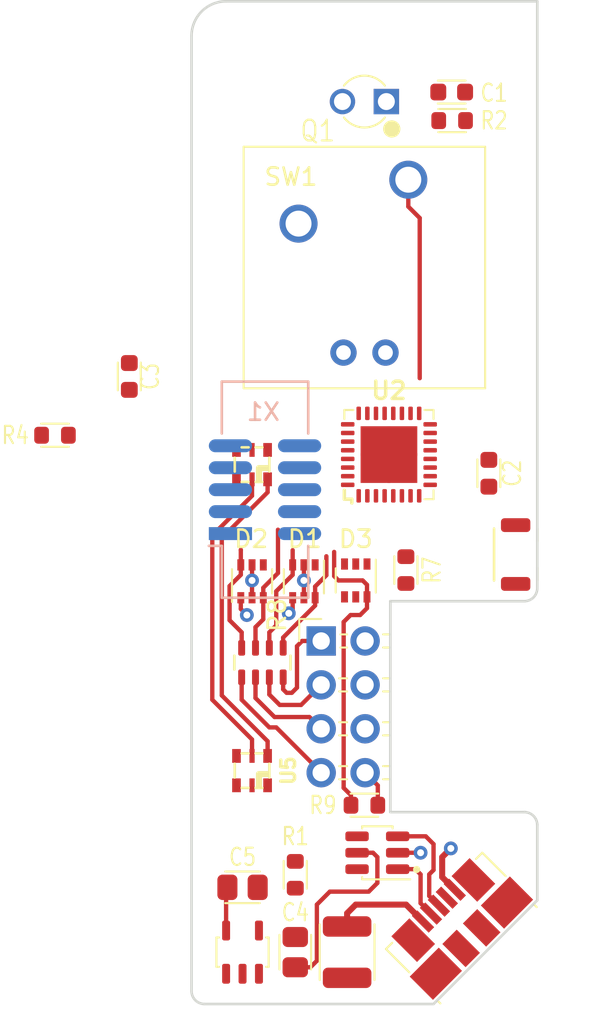
<source format=kicad_pcb>
(kicad_pcb (version 20171130) (host pcbnew 5.0.1)

  (general
    (thickness 2)
    (drawings 27)
    (tracks 116)
    (zones 0)
    (modules 26)
    (nets 52)
  )

  (page A4)
  (layers
    (0 F.Cu signal)
    (31 B.Cu signal)
    (32 B.Adhes user)
    (33 F.Adhes user)
    (36 B.SilkS user)
    (37 F.SilkS user)
    (38 B.Mask user)
    (39 F.Mask user)
    (40 Dwgs.User user)
    (41 Cmts.User user)
    (42 Eco1.User user)
    (43 Eco2.User user)
    (44 Edge.Cuts user)
    (45 Margin user)
    (46 B.CrtYd user)
    (47 F.CrtYd user)
    (48 B.Fab user)
    (49 F.Fab user hide)
  )

  (setup
    (last_trace_width 0.25)
    (trace_clearance 0.2)
    (zone_clearance 0.508)
    (zone_45_only no)
    (trace_min 0.2)
    (segment_width 0.2)
    (edge_width 0.15)
    (via_size 0.8)
    (via_drill 0.4)
    (via_min_size 0.4)
    (via_min_drill 0.3)
    (uvia_size 0.3)
    (uvia_drill 0.1)
    (uvias_allowed no)
    (uvia_min_size 0.2)
    (uvia_min_drill 0.1)
    (pcb_text_width 0.3)
    (pcb_text_size 1.5 1.5)
    (mod_edge_width 0.15)
    (mod_text_size 1 1)
    (mod_text_width 0.15)
    (pad_size 1.524 1.524)
    (pad_drill 0.762)
    (pad_to_mask_clearance 0.051)
    (solder_mask_min_width 0.25)
    (aux_axis_origin 0 0)
    (visible_elements FFFFFF7F)
    (pcbplotparams
      (layerselection 0x010fc_ffffffff)
      (usegerberextensions false)
      (usegerberattributes false)
      (usegerberadvancedattributes false)
      (creategerberjobfile false)
      (excludeedgelayer true)
      (linewidth 0.100000)
      (plotframeref false)
      (viasonmask false)
      (mode 1)
      (useauxorigin false)
      (hpglpennumber 1)
      (hpglpenspeed 20)
      (hpglpendiameter 15.000000)
      (psnegative false)
      (psa4output false)
      (plotreference true)
      (plotvalue true)
      (plotinvisibletext false)
      (padsonsilk false)
      (subtractmaskfromsilk false)
      (outputformat 1)
      (mirror false)
      (drillshape 1)
      (scaleselection 1)
      (outputdirectory ""))
  )

  (net 0 "")
  (net 1 PHOTO_TRANS)
  (net 2 GND)
  (net 3 +3.3V)
  (net 4 "Net-(C3-Pad2)")
  (net 5 +5V)
  (net 6 UART_TX)
  (net 7 STATUS_CAPTURE)
  (net 8 STATUS_TRIGGER)
  (net 9 EXTERNAL_TRIG)
  (net 10 UART_RX)
  (net 11 "Net-(F1-Pad2)")
  (net 12 "Net-(Q1-PadC)")
  (net 13 STATUS_USER)
  (net 14 SWITCH_TRIG)
  (net 15 ~RESET)
  (net 16 USB_D+)
  (net 17 USB_D-)
  (net 18 LED_DATA)
  (net 19 LED_CLK)
  (net 20 "Net-(U2-Pad4)")
  (net 21 "Net-(U2-Pad5)")
  (net 22 "Net-(U2-Pad6)")
  (net 23 "Net-(U2-Pad14)")
  (net 24 "Net-(U2-Pad15)")
  (net 25 "Net-(U2-Pad16)")
  (net 26 "Net-(U2-Pad17)")
  (net 27 "Net-(U2-Pad18)")
  (net 28 "Net-(U2-Pad19)")
  (net 29 "Net-(U2-Pad20)")
  (net 30 "Net-(U2-Pad21)")
  (net 31 "Net-(U2-Pad24)")
  (net 32 "Net-(U2-Pad25)")
  (net 33 "Net-(U2-Pad27)")
  (net 34 "Net-(U3-Pad4)")
  (net 35 "Net-(U4-Pad6)")
  (net 36 "Net-(U4-Pad1)")
  (net 37 "Net-(X1-Pad9)")
  (net 38 "Net-(X1-Pad7)")
  (net 39 "Net-(X1-Pad8)")
  (net 40 "Net-(X1-Pad6)")
  (net 41 "Net-(J1-Pad4)")
  (net 42 "Net-(J1-Pad3)")
  (net 43 "Net-(J1-Pad2)")
  (net 44 "Net-(R4-Pad1)")
  (net 45 "Net-(J2-Pad1)")
  (net 46 "Net-(J2-Pad2)")
  (net 47 "Net-(J2-Pad5)")
  (net 48 "Net-(J2-Pad3)")
  (net 49 "Net-(J2-Pad4)")
  (net 50 "Net-(U5-Pad6)")
  (net 51 "Net-(U5-Pad1)")

  (net_class Default "This is the default net class."
    (clearance 0.2)
    (trace_width 0.25)
    (via_dia 0.8)
    (via_drill 0.4)
    (uvia_dia 0.3)
    (uvia_drill 0.1)
    (add_net +3.3V)
    (add_net +5V)
    (add_net EXTERNAL_TRIG)
    (add_net GND)
    (add_net LED_CLK)
    (add_net LED_DATA)
    (add_net "Net-(C3-Pad2)")
    (add_net "Net-(F1-Pad2)")
    (add_net "Net-(J1-Pad2)")
    (add_net "Net-(J1-Pad3)")
    (add_net "Net-(J1-Pad4)")
    (add_net "Net-(J2-Pad1)")
    (add_net "Net-(J2-Pad2)")
    (add_net "Net-(J2-Pad3)")
    (add_net "Net-(J2-Pad4)")
    (add_net "Net-(J2-Pad5)")
    (add_net "Net-(Q1-PadC)")
    (add_net "Net-(R4-Pad1)")
    (add_net "Net-(U2-Pad14)")
    (add_net "Net-(U2-Pad15)")
    (add_net "Net-(U2-Pad16)")
    (add_net "Net-(U2-Pad17)")
    (add_net "Net-(U2-Pad18)")
    (add_net "Net-(U2-Pad19)")
    (add_net "Net-(U2-Pad20)")
    (add_net "Net-(U2-Pad21)")
    (add_net "Net-(U2-Pad24)")
    (add_net "Net-(U2-Pad25)")
    (add_net "Net-(U2-Pad27)")
    (add_net "Net-(U2-Pad4)")
    (add_net "Net-(U2-Pad5)")
    (add_net "Net-(U2-Pad6)")
    (add_net "Net-(U3-Pad4)")
    (add_net "Net-(U4-Pad1)")
    (add_net "Net-(U4-Pad6)")
    (add_net "Net-(U5-Pad1)")
    (add_net "Net-(U5-Pad6)")
    (add_net "Net-(X1-Pad6)")
    (add_net "Net-(X1-Pad7)")
    (add_net "Net-(X1-Pad8)")
    (add_net "Net-(X1-Pad9)")
    (add_net PHOTO_TRANS)
    (add_net STATUS_CAPTURE)
    (add_net STATUS_TRIGGER)
    (add_net STATUS_USER)
    (add_net SWITCH_TRIG)
    (add_net UART_RX)
    (add_net UART_TX)
    (add_net USB_D+)
    (add_net USB_D-)
    (add_net ~RESET)
  )

  (module Applidyne_LED:AP102_200X200X90L (layer F.Cu) (tedit 5BE78BBC) (tstamp 5C9BB0DC)
    (at 93.5 116.5 270)
    (tags "RGB, adressable, LED")
    (path /5CEE0FC2)
    (attr smd)
    (fp_text reference U5 (at 0 -2.1 270) (layer F.SilkS)
      (effects (font (size 0.8 0.8) (thickness 0.2)))
    )
    (fp_text value APA102-2020 (at 0 0 270) (layer F.SilkS) hide
      (effects (font (size 0.8 0.8) (thickness 0.2)))
    )
    (fp_line (start 0.9 -0.4) (end 0.2 -0.4) (layer F.SilkS) (width 0.35))
    (fp_line (start 0.2 -0.4) (end 0.2 -0.9) (layer F.SilkS) (width 0.35))
    (fp_line (start -0.4 -1) (end 0.4 -1) (layer F.SilkS) (width 0.15))
    (fp_line (start 1 -0.6) (end 1 -0.2) (layer F.SilkS) (width 0.15))
    (fp_line (start 0.4 1) (end -0.4 1) (layer F.SilkS) (width 0.15))
    (fp_line (start -1 -0.2) (end -1 -0.6) (layer F.SilkS) (width 0.15))
    (fp_line (start -1 -1) (end 0.6 -1) (layer F.Fab) (width 0.15))
    (fp_line (start 1 -0.7) (end 1 1) (layer F.Fab) (width 0.15))
    (fp_line (start 1 1) (end -1 1) (layer F.Fab) (width 0.15))
    (fp_line (start -1 1) (end -1 -1) (layer F.Fab) (width 0.15))
    (fp_line (start 0.6 -1) (end 1 -0.7) (layer F.Fab) (width 0.15))
    (fp_line (start 1.5 -1.4) (end -1.5 -1.4) (layer F.CrtYd) (width 0.15))
    (fp_line (start -1.5 -1.4) (end -1.5 1.4) (layer F.CrtYd) (width 0.15))
    (fp_line (start -1.5 1.4) (end 1.5 1.4) (layer F.CrtYd) (width 0.15))
    (fp_line (start 1.5 1.4) (end 1.5 -1.4) (layer F.CrtYd) (width 0.15))
    (fp_line (start -1 0.6) (end -1 0.2) (layer F.SilkS) (width 0.15))
    (fp_line (start 1 0.2) (end 1 0.6) (layer F.SilkS) (width 0.15))
    (pad 2 smd rect (at -0.85 -0.9 270) (size 0.8 0.5) (layers F.Cu F.Paste F.Mask)
      (net 36 "Net-(U4-Pad1)"))
    (pad 3 smd rect (at -0.85 0 270) (size 0.8 0.3) (layers F.Cu F.Paste F.Mask)
      (net 35 "Net-(U4-Pad6)"))
    (pad 4 smd rect (at -0.85 0.9 270) (size 0.8 0.5) (layers F.Cu F.Paste F.Mask)
      (net 2 GND))
    (pad 5 smd rect (at 0.85 0.9 270) (size 0.8 0.5) (layers F.Cu F.Paste F.Mask)
      (net 3 +3.3V))
    (pad 6 smd rect (at 0.85 0 270) (size 0.8 0.3) (layers F.Cu F.Paste F.Mask)
      (net 50 "Net-(U5-Pad6)"))
    (pad 1 smd rect (at 0.85 -0.9 270) (size 0.8 0.5) (layers F.Cu F.Paste F.Mask)
      (net 51 "Net-(U5-Pad1)"))
    (model ${APPLI_PACKAGES_3D}/appli_led.3dshapes/APA102_2020.step
      (at (xyz 0 0 0))
      (scale (xyz 1 1 1))
      (rotate (xyz -90 0 180))
    )
  )

  (module Applidyne_QFN:QFN33P50_500X500X100L40X24T345N (layer F.Cu) (tedit 5C98F675) (tstamp 5CA4FEA5)
    (at 101.42 98.22)
    (descr "Quad Flat No-Lead (QFN with Tab), 0.50 mm pitch; square, 8 pin X 8 pin, 5.00 mm L X 5.00 mm W X 1.00 mm H body")
    (path /5C9883F8)
    (attr smd)
    (fp_text reference U2 (at 0 0) (layer F.Fab)
      (effects (font (size 1.2 1.2) (thickness 0.12)))
    )
    (fp_text value ATSAMD21E18A (at 0 0) (layer F.Fab) hide
      (effects (font (size 1.2 1.2) (thickness 0.12)))
    )
    (fp_text user %R (at 0 -3.7) (layer F.SilkS)
      (effects (font (size 1 1) (thickness 0.2)))
    )
    (fp_line (start -1.63 2.5) (end -1.63 2.22) (layer Dwgs.User) (width 0.025))
    (fp_arc (start -1.75 2.22) (end -1.87 2.22) (angle 180) (layer Dwgs.User) (width 0.025))
    (fp_line (start -1.87 2.22) (end -1.87 2.5) (layer Dwgs.User) (width 0.025))
    (fp_line (start -1.87 2.5) (end -1.63 2.5) (layer Dwgs.User) (width 0.025))
    (fp_line (start -1.13 2.5) (end -1.13 2.22) (layer Dwgs.User) (width 0.025))
    (fp_arc (start -1.25 2.22) (end -1.37 2.22) (angle 180) (layer Dwgs.User) (width 0.025))
    (fp_line (start -1.37 2.22) (end -1.37 2.5) (layer Dwgs.User) (width 0.025))
    (fp_line (start -1.37 2.5) (end -1.13 2.5) (layer Dwgs.User) (width 0.025))
    (fp_line (start -0.63 2.5) (end -0.63 2.22) (layer Dwgs.User) (width 0.025))
    (fp_arc (start -0.75 2.22) (end -0.87 2.22) (angle 180) (layer Dwgs.User) (width 0.025))
    (fp_line (start -0.87 2.22) (end -0.87 2.5) (layer Dwgs.User) (width 0.025))
    (fp_line (start -0.87 2.5) (end -0.63 2.5) (layer Dwgs.User) (width 0.025))
    (fp_line (start -0.13 2.5) (end -0.13 2.22) (layer Dwgs.User) (width 0.025))
    (fp_arc (start -0.25 2.22) (end -0.37 2.22) (angle 180) (layer Dwgs.User) (width 0.025))
    (fp_line (start -0.37 2.22) (end -0.37 2.5) (layer Dwgs.User) (width 0.025))
    (fp_line (start -0.37 2.5) (end -0.13 2.5) (layer Dwgs.User) (width 0.025))
    (fp_line (start 0.37 2.5) (end 0.37 2.22) (layer Dwgs.User) (width 0.025))
    (fp_arc (start 0.25 2.22) (end 0.13 2.22) (angle 180) (layer Dwgs.User) (width 0.025))
    (fp_line (start 0.13 2.22) (end 0.13 2.5) (layer Dwgs.User) (width 0.025))
    (fp_line (start 0.13 2.5) (end 0.37 2.5) (layer Dwgs.User) (width 0.025))
    (fp_line (start 0.87 2.5) (end 0.87 2.22) (layer Dwgs.User) (width 0.025))
    (fp_arc (start 0.75 2.22) (end 0.63 2.22) (angle 180) (layer Dwgs.User) (width 0.025))
    (fp_line (start 0.63 2.22) (end 0.63 2.5) (layer Dwgs.User) (width 0.025))
    (fp_line (start 0.63 2.5) (end 0.87 2.5) (layer Dwgs.User) (width 0.025))
    (fp_line (start 1.37 2.5) (end 1.37 2.22) (layer Dwgs.User) (width 0.025))
    (fp_arc (start 1.25 2.22) (end 1.13 2.22) (angle 180) (layer Dwgs.User) (width 0.025))
    (fp_line (start 1.13 2.22) (end 1.13 2.5) (layer Dwgs.User) (width 0.025))
    (fp_line (start 1.13 2.5) (end 1.37 2.5) (layer Dwgs.User) (width 0.025))
    (fp_line (start 1.87 2.5) (end 1.87 2.22) (layer Dwgs.User) (width 0.025))
    (fp_arc (start 1.75 2.22) (end 1.63 2.22) (angle 180) (layer Dwgs.User) (width 0.025))
    (fp_line (start 1.63 2.22) (end 1.63 2.5) (layer Dwgs.User) (width 0.025))
    (fp_line (start 1.63 2.5) (end 1.87 2.5) (layer Dwgs.User) (width 0.025))
    (fp_line (start 2.5 1.63) (end 2.22 1.63) (layer Dwgs.User) (width 0.025))
    (fp_arc (start 2.22 1.75) (end 2.22 1.87) (angle 180) (layer Dwgs.User) (width 0.025))
    (fp_line (start 2.22 1.87) (end 2.5 1.87) (layer Dwgs.User) (width 0.025))
    (fp_line (start 2.5 1.87) (end 2.5 1.63) (layer Dwgs.User) (width 0.025))
    (fp_line (start 2.5 1.13) (end 2.22 1.13) (layer Dwgs.User) (width 0.025))
    (fp_arc (start 2.22 1.25) (end 2.22 1.37) (angle 180) (layer Dwgs.User) (width 0.025))
    (fp_line (start 2.22 1.37) (end 2.5 1.37) (layer Dwgs.User) (width 0.025))
    (fp_line (start 2.5 1.37) (end 2.5 1.13) (layer Dwgs.User) (width 0.025))
    (fp_line (start 2.5 0.63) (end 2.22 0.63) (layer Dwgs.User) (width 0.025))
    (fp_arc (start 2.22 0.75) (end 2.22 0.87) (angle 180) (layer Dwgs.User) (width 0.025))
    (fp_line (start 2.22 0.87) (end 2.5 0.87) (layer Dwgs.User) (width 0.025))
    (fp_line (start 2.5 0.87) (end 2.5 0.63) (layer Dwgs.User) (width 0.025))
    (fp_line (start 2.5 0.13) (end 2.22 0.13) (layer Dwgs.User) (width 0.025))
    (fp_arc (start 2.22 0.25) (end 2.22 0.37) (angle 180) (layer Dwgs.User) (width 0.025))
    (fp_line (start 2.22 0.37) (end 2.5 0.37) (layer Dwgs.User) (width 0.025))
    (fp_line (start 2.5 0.37) (end 2.5 0.13) (layer Dwgs.User) (width 0.025))
    (fp_line (start 2.5 -0.37) (end 2.22 -0.37) (layer Dwgs.User) (width 0.025))
    (fp_arc (start 2.22 -0.25) (end 2.22 -0.13) (angle 180) (layer Dwgs.User) (width 0.025))
    (fp_line (start 2.22 -0.13) (end 2.5 -0.13) (layer Dwgs.User) (width 0.025))
    (fp_line (start 2.5 -0.13) (end 2.5 -0.37) (layer Dwgs.User) (width 0.025))
    (fp_line (start 2.5 -0.87) (end 2.22 -0.87) (layer Dwgs.User) (width 0.025))
    (fp_arc (start 2.22 -0.75) (end 2.22 -0.63) (angle 180) (layer Dwgs.User) (width 0.025))
    (fp_line (start 2.22 -0.63) (end 2.5 -0.63) (layer Dwgs.User) (width 0.025))
    (fp_line (start 2.5 -0.63) (end 2.5 -0.87) (layer Dwgs.User) (width 0.025))
    (fp_line (start 2.5 -1.37) (end 2.22 -1.37) (layer Dwgs.User) (width 0.025))
    (fp_arc (start 2.22 -1.25) (end 2.22 -1.13) (angle 180) (layer Dwgs.User) (width 0.025))
    (fp_line (start 2.22 -1.13) (end 2.5 -1.13) (layer Dwgs.User) (width 0.025))
    (fp_line (start 2.5 -1.13) (end 2.5 -1.37) (layer Dwgs.User) (width 0.025))
    (fp_line (start 2.5 -1.87) (end 2.22 -1.87) (layer Dwgs.User) (width 0.025))
    (fp_arc (start 2.22 -1.75) (end 2.22 -1.63) (angle 180) (layer Dwgs.User) (width 0.025))
    (fp_line (start 2.22 -1.63) (end 2.5 -1.63) (layer Dwgs.User) (width 0.025))
    (fp_line (start 2.5 -1.63) (end 2.5 -1.87) (layer Dwgs.User) (width 0.025))
    (fp_line (start 1.63 -2.5) (end 1.63 -2.22) (layer Dwgs.User) (width 0.025))
    (fp_arc (start 1.75 -2.22) (end 1.87 -2.22) (angle 180) (layer Dwgs.User) (width 0.025))
    (fp_line (start 1.87 -2.22) (end 1.87 -2.5) (layer Dwgs.User) (width 0.025))
    (fp_line (start 1.87 -2.5) (end 1.63 -2.5) (layer Dwgs.User) (width 0.025))
    (fp_line (start 1.13 -2.5) (end 1.13 -2.22) (layer Dwgs.User) (width 0.025))
    (fp_arc (start 1.25 -2.22) (end 1.37 -2.22) (angle 180) (layer Dwgs.User) (width 0.025))
    (fp_line (start 1.37 -2.22) (end 1.37 -2.5) (layer Dwgs.User) (width 0.025))
    (fp_line (start 1.37 -2.5) (end 1.13 -2.5) (layer Dwgs.User) (width 0.025))
    (fp_line (start 0.63 -2.5) (end 0.63 -2.22) (layer Dwgs.User) (width 0.025))
    (fp_arc (start 0.75 -2.22) (end 0.87 -2.22) (angle 180) (layer Dwgs.User) (width 0.025))
    (fp_line (start 0.87 -2.22) (end 0.87 -2.5) (layer Dwgs.User) (width 0.025))
    (fp_line (start 0.87 -2.5) (end 0.63 -2.5) (layer Dwgs.User) (width 0.025))
    (fp_line (start 0.13 -2.5) (end 0.13 -2.22) (layer Dwgs.User) (width 0.025))
    (fp_arc (start 0.25 -2.22) (end 0.37 -2.22) (angle 180) (layer Dwgs.User) (width 0.025))
    (fp_line (start 0.37 -2.22) (end 0.37 -2.5) (layer Dwgs.User) (width 0.025))
    (fp_line (start 0.37 -2.5) (end 0.13 -2.5) (layer Dwgs.User) (width 0.025))
    (fp_line (start -0.37 -2.5) (end -0.37 -2.22) (layer Dwgs.User) (width 0.025))
    (fp_arc (start -0.25 -2.22) (end -0.13 -2.22) (angle 180) (layer Dwgs.User) (width 0.025))
    (fp_line (start -0.13 -2.22) (end -0.13 -2.5) (layer Dwgs.User) (width 0.025))
    (fp_line (start -0.13 -2.5) (end -0.37 -2.5) (layer Dwgs.User) (width 0.025))
    (fp_line (start -0.87 -2.5) (end -0.87 -2.22) (layer Dwgs.User) (width 0.025))
    (fp_arc (start -0.75 -2.22) (end -0.63 -2.22) (angle 180) (layer Dwgs.User) (width 0.025))
    (fp_line (start -0.63 -2.22) (end -0.63 -2.5) (layer Dwgs.User) (width 0.025))
    (fp_line (start -0.63 -2.5) (end -0.87 -2.5) (layer Dwgs.User) (width 0.025))
    (fp_line (start -1.37 -2.5) (end -1.37 -2.22) (layer Dwgs.User) (width 0.025))
    (fp_arc (start -1.25 -2.22) (end -1.13 -2.22) (angle 180) (layer Dwgs.User) (width 0.025))
    (fp_line (start -1.13 -2.22) (end -1.13 -2.5) (layer Dwgs.User) (width 0.025))
    (fp_line (start -1.13 -2.5) (end -1.37 -2.5) (layer Dwgs.User) (width 0.025))
    (fp_line (start -1.87 -2.5) (end -1.87 -2.22) (layer Dwgs.User) (width 0.025))
    (fp_arc (start -1.75 -2.22) (end -1.63 -2.22) (angle 180) (layer Dwgs.User) (width 0.025))
    (fp_line (start -1.63 -2.22) (end -1.63 -2.5) (layer Dwgs.User) (width 0.025))
    (fp_line (start -1.63 -2.5) (end -1.87 -2.5) (layer Dwgs.User) (width 0.025))
    (fp_line (start -2.5 -1.63) (end -2.22 -1.63) (layer Dwgs.User) (width 0.025))
    (fp_arc (start -2.22 -1.75) (end -2.22 -1.87) (angle 180) (layer Dwgs.User) (width 0.025))
    (fp_line (start -2.22 -1.87) (end -2.5 -1.87) (layer Dwgs.User) (width 0.025))
    (fp_line (start -2.5 -1.87) (end -2.5 -1.63) (layer Dwgs.User) (width 0.025))
    (fp_line (start -2.5 -1.13) (end -2.22 -1.13) (layer Dwgs.User) (width 0.025))
    (fp_arc (start -2.22 -1.25) (end -2.22 -1.37) (angle 180) (layer Dwgs.User) (width 0.025))
    (fp_line (start -2.22 -1.37) (end -2.5 -1.37) (layer Dwgs.User) (width 0.025))
    (fp_line (start -2.5 -1.37) (end -2.5 -1.13) (layer Dwgs.User) (width 0.025))
    (fp_line (start -2.5 -0.63) (end -2.22 -0.63) (layer Dwgs.User) (width 0.025))
    (fp_arc (start -2.22 -0.75) (end -2.22 -0.87) (angle 180) (layer Dwgs.User) (width 0.025))
    (fp_line (start -2.22 -0.87) (end -2.5 -0.87) (layer Dwgs.User) (width 0.025))
    (fp_line (start -2.5 -0.87) (end -2.5 -0.63) (layer Dwgs.User) (width 0.025))
    (fp_line (start -2.5 -0.13) (end -2.22 -0.13) (layer Dwgs.User) (width 0.025))
    (fp_arc (start -2.22 -0.25) (end -2.22 -0.37) (angle 180) (layer Dwgs.User) (width 0.025))
    (fp_line (start -2.22 -0.37) (end -2.5 -0.37) (layer Dwgs.User) (width 0.025))
    (fp_line (start -2.5 -0.37) (end -2.5 -0.13) (layer Dwgs.User) (width 0.025))
    (fp_line (start -2.5 0.37) (end -2.22 0.37) (layer Dwgs.User) (width 0.025))
    (fp_arc (start -2.22 0.25) (end -2.22 0.13) (angle 180) (layer Dwgs.User) (width 0.025))
    (fp_line (start -2.22 0.13) (end -2.5 0.13) (layer Dwgs.User) (width 0.025))
    (fp_line (start -2.5 0.13) (end -2.5 0.37) (layer Dwgs.User) (width 0.025))
    (fp_line (start -2.5 0.87) (end -2.22 0.87) (layer Dwgs.User) (width 0.025))
    (fp_arc (start -2.22 0.75) (end -2.22 0.63) (angle 180) (layer Dwgs.User) (width 0.025))
    (fp_line (start -2.22 0.63) (end -2.5 0.63) (layer Dwgs.User) (width 0.025))
    (fp_line (start -2.5 0.63) (end -2.5 0.87) (layer Dwgs.User) (width 0.025))
    (fp_line (start -2.5 1.37) (end -2.22 1.37) (layer Dwgs.User) (width 0.025))
    (fp_arc (start -2.22 1.25) (end -2.22 1.13) (angle 180) (layer Dwgs.User) (width 0.025))
    (fp_line (start -2.22 1.13) (end -2.5 1.13) (layer Dwgs.User) (width 0.025))
    (fp_line (start -2.5 1.13) (end -2.5 1.37) (layer Dwgs.User) (width 0.025))
    (fp_line (start -2.5 1.87) (end -2.22 1.87) (layer Dwgs.User) (width 0.025))
    (fp_arc (start -2.22 1.75) (end -2.22 1.63) (angle 180) (layer Dwgs.User) (width 0.025))
    (fp_line (start -2.22 1.63) (end -2.5 1.63) (layer Dwgs.User) (width 0.025))
    (fp_line (start -2.5 1.63) (end -2.5 1.87) (layer Dwgs.User) (width 0.025))
    (fp_line (start -1.225 1.725) (end 1.475 1.725) (layer Dwgs.User) (width 0.025))
    (fp_arc (start 1.475 1.475) (end 1.725 1.475) (angle 90) (layer Dwgs.User) (width 0.025))
    (fp_line (start 1.725 1.475) (end 1.725 -1.475) (layer Dwgs.User) (width 0.025))
    (fp_arc (start 1.475 -1.475) (end 1.475 -1.725) (angle 90) (layer Dwgs.User) (width 0.025))
    (fp_line (start 1.475 -1.725) (end -1.475 -1.725) (layer Dwgs.User) (width 0.025))
    (fp_arc (start -1.475 -1.475) (end -1.725 -1.475) (angle 90) (layer Dwgs.User) (width 0.025))
    (fp_line (start -1.725 -1.475) (end -1.725 1.225) (layer Dwgs.User) (width 0.025))
    (fp_line (start -1.725 1.225) (end -1.225 1.725) (layer Dwgs.User) (width 0.025))
    (fp_line (start -2.5 2.5) (end -2.5 -2.5) (layer Dwgs.User) (width 0.025))
    (fp_line (start -2.5 -2.5) (end 2.5 -2.5) (layer Dwgs.User) (width 0.025))
    (fp_line (start 2.5 -2.5) (end 2.5 2.5) (layer Dwgs.User) (width 0.025))
    (fp_line (start 2.5 2.5) (end -2.5 2.5) (layer Dwgs.User) (width 0.025))
    (fp_line (start -2.15 2.58) (end -2.15 2.8) (layer F.SilkS) (width 0.2))
    (fp_circle (center 0 0) (end 0 0.25) (layer F.CrtYd) (width 0.05))
    (fp_line (start 0 -0.35) (end 0 0.35) (layer F.CrtYd) (width 0.05))
    (fp_line (start -0.35 0) (end 0.35 0) (layer F.CrtYd) (width 0.05))
    (fp_line (start 2.58 2.58) (end -1.31 2.58) (layer F.Fab) (width 0.12))
    (fp_line (start -1.31 2.58) (end -2.58 1.31) (layer F.Fab) (width 0.12))
    (fp_line (start -2.58 1.31) (end -2.58 -2.58) (layer F.Fab) (width 0.12))
    (fp_line (start -2.58 -2.58) (end 2.58 -2.58) (layer F.Fab) (width 0.12))
    (fp_line (start 2.58 -2.58) (end 2.58 2.58) (layer F.Fab) (width 0.12))
    (fp_line (start -2.15 2.58) (end -2.58 2.58) (layer F.SilkS) (width 0.2))
    (fp_line (start -2.58 2.58) (end -2.58 2.06) (layer F.SilkS) (width 0.2))
    (fp_line (start 2.06 2.58) (end 2.58 2.58) (layer F.SilkS) (width 0.12))
    (fp_line (start 2.58 2.58) (end 2.58 2.06) (layer F.SilkS) (width 0.12))
    (fp_line (start 2.06 -2.58) (end 2.58 -2.58) (layer F.SilkS) (width 0.12))
    (fp_line (start 2.58 -2.58) (end 2.58 -2.06) (layer F.SilkS) (width 0.12))
    (fp_line (start -2.06 -2.58) (end -2.58 -2.58) (layer F.SilkS) (width 0.12))
    (fp_line (start -2.58 -2.58) (end -2.58 -2.06) (layer F.SilkS) (width 0.12))
    (fp_line (start 2.78 2.78) (end 2.78 2.08) (layer F.CrtYd) (width 0.05))
    (fp_line (start 2.78 2.08) (end 2.975 2.08) (layer F.CrtYd) (width 0.05))
    (fp_line (start 2.975 2.08) (end 2.975 -2.08) (layer F.CrtYd) (width 0.05))
    (fp_line (start 2.975 -2.08) (end 2.78 -2.08) (layer F.CrtYd) (width 0.05))
    (fp_line (start 2.78 -2.08) (end 2.78 -2.78) (layer F.CrtYd) (width 0.05))
    (fp_line (start 2.78 -2.78) (end 2.08 -2.78) (layer F.CrtYd) (width 0.05))
    (fp_line (start 2.08 -2.78) (end 2.08 -2.975) (layer F.CrtYd) (width 0.05))
    (fp_line (start 2.08 -2.975) (end -2.08 -2.975) (layer F.CrtYd) (width 0.05))
    (fp_line (start -2.08 -2.975) (end -2.08 -2.78) (layer F.CrtYd) (width 0.05))
    (fp_line (start -2.08 -2.78) (end -2.78 -2.78) (layer F.CrtYd) (width 0.05))
    (fp_line (start -2.78 -2.78) (end -2.78 -2.08) (layer F.CrtYd) (width 0.05))
    (fp_line (start -2.78 -2.08) (end -2.975 -2.08) (layer F.CrtYd) (width 0.05))
    (fp_line (start -2.975 -2.08) (end -2.975 2.08) (layer F.CrtYd) (width 0.05))
    (fp_line (start -2.975 2.08) (end -2.78 2.08) (layer F.CrtYd) (width 0.05))
    (fp_line (start -2.78 2.08) (end -2.78 2.78) (layer F.CrtYd) (width 0.05))
    (fp_line (start -2.78 2.78) (end -2.08 2.78) (layer F.CrtYd) (width 0.05))
    (fp_line (start -2.08 2.78) (end -2.08 2.975) (layer F.CrtYd) (width 0.05))
    (fp_line (start -2.08 2.975) (end 2.08 2.975) (layer F.CrtYd) (width 0.05))
    (fp_line (start 2.08 2.975) (end 2.08 2.78) (layer F.CrtYd) (width 0.05))
    (fp_line (start 2.08 2.78) (end 2.78 2.78) (layer F.CrtYd) (width 0.05))
    (pad 1 smd roundrect (at -1.75 2.385 90) (size 0.78 0.26) (layers F.Cu F.Paste F.Mask) (roundrect_rratio 0.25)
      (net 18 LED_DATA))
    (pad 2 smd roundrect (at -1.25 2.385 90) (size 0.78 0.26) (layers F.Cu F.Paste F.Mask) (roundrect_rratio 0.25)
      (net 19 LED_CLK))
    (pad 3 smd roundrect (at -0.75 2.385 90) (size 0.78 0.26) (layers F.Cu F.Paste F.Mask) (roundrect_rratio 0.25)
      (net 1 PHOTO_TRANS))
    (pad 4 smd roundrect (at -0.25 2.385 90) (size 0.78 0.26) (layers F.Cu F.Paste F.Mask) (roundrect_rratio 0.25)
      (net 20 "Net-(U2-Pad4)"))
    (pad 5 smd roundrect (at 0.25 2.385 90) (size 0.78 0.26) (layers F.Cu F.Paste F.Mask) (roundrect_rratio 0.25)
      (net 21 "Net-(U2-Pad5)"))
    (pad 6 smd roundrect (at 0.75 2.385 90) (size 0.78 0.26) (layers F.Cu F.Paste F.Mask) (roundrect_rratio 0.25)
      (net 22 "Net-(U2-Pad6)"))
    (pad 7 smd roundrect (at 1.25 2.385 90) (size 0.78 0.26) (layers F.Cu F.Paste F.Mask) (roundrect_rratio 0.25)
      (net 6 UART_TX))
    (pad 8 smd roundrect (at 1.75 2.385 90) (size 0.78 0.26) (layers F.Cu F.Paste F.Mask) (roundrect_rratio 0.25)
      (net 10 UART_RX))
    (pad 9 smd roundrect (at 2.385 1.75) (size 0.78 0.26) (layers F.Cu F.Paste F.Mask) (roundrect_rratio 0.25)
      (net 3 +3.3V))
    (pad 10 smd roundrect (at 2.385 1.25) (size 0.78 0.26) (layers F.Cu F.Paste F.Mask) (roundrect_rratio 0.25)
      (net 2 GND))
    (pad 11 smd roundrect (at 2.385 0.75) (size 0.78 0.26) (layers F.Cu F.Paste F.Mask) (roundrect_rratio 0.25)
      (net 9 EXTERNAL_TRIG))
    (pad 12 smd roundrect (at 2.385 0.25) (size 0.78 0.26) (layers F.Cu F.Paste F.Mask) (roundrect_rratio 0.25)
      (net 14 SWITCH_TRIG))
    (pad 13 smd roundrect (at 2.385 -0.25) (size 0.78 0.26) (layers F.Cu F.Paste F.Mask) (roundrect_rratio 0.25)
      (net 13 STATUS_USER))
    (pad 14 smd roundrect (at 2.385 -0.75) (size 0.78 0.26) (layers F.Cu F.Paste F.Mask) (roundrect_rratio 0.25)
      (net 23 "Net-(U2-Pad14)"))
    (pad 15 smd roundrect (at 2.385 -1.25) (size 0.78 0.26) (layers F.Cu F.Paste F.Mask) (roundrect_rratio 0.25)
      (net 24 "Net-(U2-Pad15)"))
    (pad 16 smd roundrect (at 2.385 -1.75) (size 0.78 0.26) (layers F.Cu F.Paste F.Mask) (roundrect_rratio 0.25)
      (net 25 "Net-(U2-Pad16)"))
    (pad 17 smd roundrect (at 1.75 -2.385 90) (size 0.78 0.26) (layers F.Cu F.Paste F.Mask) (roundrect_rratio 0.25)
      (net 26 "Net-(U2-Pad17)"))
    (pad 18 smd roundrect (at 1.25 -2.385 90) (size 0.78 0.26) (layers F.Cu F.Paste F.Mask) (roundrect_rratio 0.25)
      (net 27 "Net-(U2-Pad18)"))
    (pad 19 smd roundrect (at 0.75 -2.385 90) (size 0.78 0.26) (layers F.Cu F.Paste F.Mask) (roundrect_rratio 0.25)
      (net 28 "Net-(U2-Pad19)"))
    (pad 20 smd roundrect (at 0.25 -2.385 90) (size 0.78 0.26) (layers F.Cu F.Paste F.Mask) (roundrect_rratio 0.25)
      (net 29 "Net-(U2-Pad20)"))
    (pad 21 smd roundrect (at -0.25 -2.385 90) (size 0.78 0.26) (layers F.Cu F.Paste F.Mask) (roundrect_rratio 0.25)
      (net 30 "Net-(U2-Pad21)"))
    (pad 22 smd roundrect (at -0.75 -2.385 90) (size 0.78 0.26) (layers F.Cu F.Paste F.Mask) (roundrect_rratio 0.25)
      (net 17 USB_D-))
    (pad 23 smd roundrect (at -1.25 -2.385 90) (size 0.78 0.26) (layers F.Cu F.Paste F.Mask) (roundrect_rratio 0.25)
      (net 16 USB_D+))
    (pad 24 smd roundrect (at -1.75 -2.385 90) (size 0.78 0.26) (layers F.Cu F.Paste F.Mask) (roundrect_rratio 0.25)
      (net 31 "Net-(U2-Pad24)"))
    (pad 25 smd roundrect (at -2.385 -1.75) (size 0.78 0.26) (layers F.Cu F.Paste F.Mask) (roundrect_rratio 0.25)
      (net 32 "Net-(U2-Pad25)"))
    (pad 26 smd roundrect (at -2.385 -1.25) (size 0.78 0.26) (layers F.Cu F.Paste F.Mask) (roundrect_rratio 0.25)
      (net 15 ~RESET))
    (pad 27 smd roundrect (at -2.385 -0.75) (size 0.78 0.26) (layers F.Cu F.Paste F.Mask) (roundrect_rratio 0.25)
      (net 33 "Net-(U2-Pad27)"))
    (pad 28 smd roundrect (at -2.385 -0.25) (size 0.78 0.26) (layers F.Cu F.Paste F.Mask) (roundrect_rratio 0.25)
      (net 2 GND))
    (pad 29 smd roundrect (at -2.385 0.25) (size 0.78 0.26) (layers F.Cu F.Paste F.Mask) (roundrect_rratio 0.25)
      (net 4 "Net-(C3-Pad2)"))
    (pad 30 smd roundrect (at -2.385 0.75) (size 0.78 0.26) (layers F.Cu F.Paste F.Mask) (roundrect_rratio 0.25)
      (net 3 +3.3V))
    (pad 31 smd roundrect (at -2.385 1.25) (size 0.78 0.26) (layers F.Cu F.Paste F.Mask) (roundrect_rratio 0.25)
      (net 7 STATUS_CAPTURE))
    (pad 32 smd roundrect (at -2.385 1.75) (size 0.78 0.26) (layers F.Cu F.Paste F.Mask) (roundrect_rratio 0.25)
      (net 8 STATUS_TRIGGER))
    (pad 33 smd rect (at 0.78 0.78) (size 1.72 1.72) (layers F.Cu F.Paste F.Mask)
      (solder_paste_margin_ratio -0.29))
    (pad 33 smd rect (at 0.78 -0.78) (size 1.72 1.72) (layers F.Cu F.Paste F.Mask)
      (solder_paste_margin_ratio -0.29))
    (pad 33 smd rect (at -0.78 0.78) (size 1.72 1.72) (layers F.Cu F.Paste F.Mask)
      (solder_paste_margin_ratio -0.29))
    (pad 33 smd rect (at -0.78 -0.78) (size 1.72 1.72) (layers F.Cu F.Paste F.Mask)
      (solder_paste_margin_ratio -0.29))
    (pad "" smd rect (at 0.78 0.78 90) (size 1.22 1.22) (layers F.Paste))
    (pad "" smd rect (at 0.78 -0.78 90) (size 1.22 1.22) (layers F.Paste))
    (pad "" smd rect (at -0.78 0.78 90) (size 1.22 1.22) (layers F.Paste))
    (pad "" smd rect (at -0.78 -0.78 90) (size 1.22 1.22) (layers F.Paste))
    (model ${APPLI_PACKAGES_3D}/appli_qfn.3dshapes/QFN33P50_500X500X100L40X24T345.STEP
      (at (xyz 0 0 0))
      (scale (xyz 1 1 1))
      (rotate (xyz 0 0 0))
    )
  )

  (module Applidyne_Connector:CONN_02X04_RA_MALE (layer F.Cu) (tedit 5C98FAFD) (tstamp 5CB03AD8)
    (at 97.5 109)
    (descr "Through hole angled pin header, 2x04, 2.54mm pitch, 6mm pin length, double rows")
    (tags "Through hole angled pin header THT 2x04 2.54mm double row")
    (path /5CE9E8C7)
    (fp_text reference J2 (at 4.95 3.9 90) (layer F.SilkS) hide
      (effects (font (size 1 1) (thickness 0.15)))
    )
    (fp_text value CONN_02X04_RA (at 14.75 4 90) (layer F.Fab)
      (effects (font (size 1 1) (thickness 0.15)))
    )
    (fp_line (start 4.675 -1.27) (end 6.58 -1.27) (layer F.Fab) (width 0.1))
    (fp_line (start 6.58 -1.27) (end 6.58 8.89) (layer F.Fab) (width 0.1))
    (fp_line (start 6.58 8.89) (end 4.04 8.89) (layer F.Fab) (width 0.1))
    (fp_line (start 4.04 8.89) (end 4.04 -0.635) (layer F.Fab) (width 0.1))
    (fp_line (start 4.04 -0.635) (end 4.675 -1.27) (layer F.Fab) (width 0.1))
    (fp_line (start -0.32 -0.32) (end 4.04 -0.32) (layer F.Fab) (width 0.1))
    (fp_line (start -0.32 -0.32) (end -0.32 0.32) (layer F.Fab) (width 0.1))
    (fp_line (start -0.32 0.32) (end 4.04 0.32) (layer F.Fab) (width 0.1))
    (fp_line (start 6.58 -0.32) (end 12.58 -0.32) (layer F.Fab) (width 0.1))
    (fp_line (start 12.58 -0.32) (end 12.58 0.32) (layer F.Fab) (width 0.1))
    (fp_line (start 6.58 0.32) (end 12.58 0.32) (layer F.Fab) (width 0.1))
    (fp_line (start -0.32 2.22) (end 4.04 2.22) (layer F.Fab) (width 0.1))
    (fp_line (start -0.32 2.22) (end -0.32 2.86) (layer F.Fab) (width 0.1))
    (fp_line (start -0.32 2.86) (end 4.04 2.86) (layer F.Fab) (width 0.1))
    (fp_line (start 6.58 2.22) (end 12.58 2.22) (layer F.Fab) (width 0.1))
    (fp_line (start 12.58 2.22) (end 12.58 2.86) (layer F.Fab) (width 0.1))
    (fp_line (start 6.58 2.86) (end 12.58 2.86) (layer F.Fab) (width 0.1))
    (fp_line (start -0.32 4.76) (end 4.04 4.76) (layer F.Fab) (width 0.1))
    (fp_line (start -0.32 4.76) (end -0.32 5.4) (layer F.Fab) (width 0.1))
    (fp_line (start -0.32 5.4) (end 4.04 5.4) (layer F.Fab) (width 0.1))
    (fp_line (start 6.58 4.76) (end 12.58 4.76) (layer F.Fab) (width 0.1))
    (fp_line (start 12.58 4.76) (end 12.58 5.4) (layer F.Fab) (width 0.1))
    (fp_line (start 6.58 5.4) (end 12.58 5.4) (layer F.Fab) (width 0.1))
    (fp_line (start -0.32 7.3) (end 4.04 7.3) (layer F.Fab) (width 0.1))
    (fp_line (start -0.32 7.3) (end -0.32 7.94) (layer F.Fab) (width 0.1))
    (fp_line (start -0.32 7.94) (end 4.04 7.94) (layer F.Fab) (width 0.1))
    (fp_line (start 6.58 7.3) (end 12.58 7.3) (layer F.Fab) (width 0.1))
    (fp_line (start 12.58 7.3) (end 12.58 7.94) (layer F.Fab) (width 0.1))
    (fp_line (start 6.58 7.94) (end 12.58 7.94) (layer F.Fab) (width 0.1))
    (fp_line (start 3.582929 -0.38) (end 3.98 -0.38) (layer F.SilkS) (width 0.12))
    (fp_line (start 3.582929 0.38) (end 3.98 0.38) (layer F.SilkS) (width 0.12))
    (fp_line (start 1.11 -0.38) (end 1.497071 -0.38) (layer F.SilkS) (width 0.12))
    (fp_line (start 1.11 0.38) (end 1.497071 0.38) (layer F.SilkS) (width 0.12))
    (fp_line (start 3.582929 2.16) (end 3.98 2.16) (layer F.SilkS) (width 0.12))
    (fp_line (start 3.582929 2.92) (end 3.98 2.92) (layer F.SilkS) (width 0.12))
    (fp_line (start 1.042929 2.16) (end 1.497071 2.16) (layer F.SilkS) (width 0.12))
    (fp_line (start 1.042929 2.92) (end 1.497071 2.92) (layer F.SilkS) (width 0.12))
    (fp_line (start 3.582929 4.7) (end 3.98 4.7) (layer F.SilkS) (width 0.12))
    (fp_line (start 3.582929 5.46) (end 3.98 5.46) (layer F.SilkS) (width 0.12))
    (fp_line (start 1.042929 4.7) (end 1.497071 4.7) (layer F.SilkS) (width 0.12))
    (fp_line (start 1.042929 5.46) (end 1.497071 5.46) (layer F.SilkS) (width 0.12))
    (fp_line (start 3.582929 7.24) (end 3.98 7.24) (layer F.SilkS) (width 0.12))
    (fp_line (start 3.582929 8) (end 3.98 8) (layer F.SilkS) (width 0.12))
    (fp_line (start 1.042929 7.24) (end 1.497071 7.24) (layer F.SilkS) (width 0.12))
    (fp_line (start 1.042929 8) (end 1.497071 8) (layer F.SilkS) (width 0.12))
    (fp_line (start -1.27 0) (end -1.27 -1.27) (layer F.SilkS) (width 0.12))
    (fp_line (start -1.27 -1.27) (end 0 -1.27) (layer F.SilkS) (width 0.12))
    (fp_line (start -1.8 -1.8) (end -1.8 9.4) (layer F.CrtYd) (width 0.05))
    (fp_line (start -1.8 9.4) (end 13.1 9.4) (layer F.CrtYd) (width 0.05))
    (fp_line (start 13.1 9.4) (end 13.1 -1.8) (layer F.CrtYd) (width 0.05))
    (fp_line (start 13.1 -1.8) (end -1.8 -1.8) (layer F.CrtYd) (width 0.05))
    (fp_text user %R (at 5.31 3.81 90) (layer F.Fab)
      (effects (font (size 1 1) (thickness 0.15)))
    )
    (pad 1 thru_hole rect (at 0 0) (size 1.7 1.7) (drill 1) (layers *.Cu *.Mask)
      (net 45 "Net-(J2-Pad1)"))
    (pad 8 thru_hole oval (at 2.54 0) (size 1.7 1.7) (drill 1) (layers *.Cu *.Mask)
      (net 2 GND))
    (pad 2 thru_hole oval (at 0 2.54) (size 1.7 1.7) (drill 1) (layers *.Cu *.Mask)
      (net 46 "Net-(J2-Pad2)"))
    (pad 7 thru_hole oval (at 2.54 2.54) (size 1.7 1.7) (drill 1) (layers *.Cu *.Mask)
      (net 2 GND))
    (pad 3 thru_hole oval (at 0 5.08) (size 1.7 1.7) (drill 1) (layers *.Cu *.Mask)
      (net 48 "Net-(J2-Pad3)"))
    (pad 6 thru_hole oval (at 2.54 5.08) (size 1.7 1.7) (drill 1) (layers *.Cu *.Mask)
      (net 2 GND))
    (pad 4 thru_hole oval (at 0 7.62) (size 1.7 1.7) (drill 1) (layers *.Cu *.Mask)
      (net 49 "Net-(J2-Pad4)"))
    (pad 5 thru_hole oval (at 2.54 7.62) (size 1.7 1.7) (drill 1) (layers *.Cu *.Mask)
      (net 47 "Net-(J2-Pad5)"))
    (model ${APPLI_FOOTPRINTS}/packages3d/appli_connector.3dshapes/CONN_02X04_RA_MALE.step
      (offset (xyz 2.54 -7.62 0))
      (scale (xyz 1 1 1))
      (rotate (xyz 0 0 -90))
    )
  )

  (module Applidyne_SOT:SOT-363-6N (layer F.Cu) (tedit 5C98F17D) (tstamp 5C9A1158)
    (at 99.5 105.5 270)
    (descr "SOT-363, SC-70-6")
    (tags "SOT-363 SC-70-6")
    (path /5CF04034)
    (attr smd)
    (fp_text reference D3 (at -2.4 0) (layer F.SilkS)
      (effects (font (size 1 1) (thickness 0.15)))
    )
    (fp_text value BAV99_DUAL (at 0 2 90) (layer F.Fab)
      (effects (font (size 1 1) (thickness 0.15)))
    )
    (fp_text user %R (at 0 0) (layer F.Fab)
      (effects (font (size 0.5 0.5) (thickness 0.075)))
    )
    (fp_line (start 0.7 -1.16) (end -1.2 -1.16) (layer F.SilkS) (width 0.12))
    (fp_line (start -0.7 1.16) (end 0.7 1.16) (layer F.SilkS) (width 0.12))
    (fp_line (start 1.6 1.4) (end 1.6 -1.4) (layer F.CrtYd) (width 0.05))
    (fp_line (start -1.6 -1.4) (end -1.6 1.4) (layer F.CrtYd) (width 0.05))
    (fp_line (start -1.6 -1.4) (end 1.6 -1.4) (layer F.CrtYd) (width 0.05))
    (fp_line (start 0.675 -1.1) (end -0.175 -1.1) (layer F.Fab) (width 0.1))
    (fp_line (start -0.675 -0.6) (end -0.675 1.1) (layer F.Fab) (width 0.1))
    (fp_line (start -1.6 1.4) (end 1.6 1.4) (layer F.CrtYd) (width 0.05))
    (fp_line (start 0.675 -1.1) (end 0.675 1.1) (layer F.Fab) (width 0.1))
    (fp_line (start 0.675 1.1) (end -0.675 1.1) (layer F.Fab) (width 0.1))
    (fp_line (start -0.175 -1.1) (end -0.675 -0.6) (layer F.Fab) (width 0.1))
    (pad 1 smd rect (at -0.95 -0.65 270) (size 0.65 0.4) (layers F.Cu F.Paste F.Mask)
      (net 2 GND))
    (pad 3 smd rect (at -0.95 0.65 270) (size 0.65 0.4) (layers F.Cu F.Paste F.Mask))
    (pad 5 smd rect (at 0.95 0 270) (size 0.65 0.4) (layers F.Cu F.Paste F.Mask))
    (pad 2 smd rect (at -0.95 0 270) (size 0.65 0.4) (layers F.Cu F.Paste F.Mask)
      (net 3 +3.3V))
    (pad 4 smd rect (at 0.95 0.65 270) (size 0.65 0.4) (layers F.Cu F.Paste F.Mask))
    (pad 6 smd rect (at 0.95 -0.65 270) (size 0.65 0.4) (layers F.Cu F.Paste F.Mask)
      (net 9 EXTERNAL_TRIG))
    (model ${APPLI_FOOTPRINTS}/packages3d/appli_sot.3dshapes/SOT363-6.step
      (at (xyz 0 0 0))
      (scale (xyz 1 1 1))
      (rotate (xyz 0 0 90))
    )
  )

  (module Applidyne_SOT:SOT-363-6N (layer F.Cu) (tedit 5C98F66B) (tstamp 5CAEB950)
    (at 93.5 105.55 90)
    (descr "SOT-363, SC-70-6")
    (tags "SOT-363 SC-70-6")
    (path /5CE826D8)
    (attr smd)
    (fp_text reference D2 (at 2.45 -0.05 180) (layer F.SilkS)
      (effects (font (size 1 1) (thickness 0.15)))
    )
    (fp_text value BAV99_DUAL (at 0 2 270) (layer F.Fab) hide
      (effects (font (size 1 1) (thickness 0.15)))
    )
    (fp_line (start -0.175 -1.1) (end -0.675 -0.6) (layer F.Fab) (width 0.1))
    (fp_line (start 0.675 1.1) (end -0.675 1.1) (layer F.Fab) (width 0.1))
    (fp_line (start 0.675 -1.1) (end 0.675 1.1) (layer F.Fab) (width 0.1))
    (fp_line (start -1.6 1.4) (end 1.6 1.4) (layer F.CrtYd) (width 0.05))
    (fp_line (start -0.675 -0.6) (end -0.675 1.1) (layer F.Fab) (width 0.1))
    (fp_line (start 0.675 -1.1) (end -0.175 -1.1) (layer F.Fab) (width 0.1))
    (fp_line (start -1.6 -1.4) (end 1.6 -1.4) (layer F.CrtYd) (width 0.05))
    (fp_line (start -1.6 -1.4) (end -1.6 1.4) (layer F.CrtYd) (width 0.05))
    (fp_line (start 1.6 1.4) (end 1.6 -1.4) (layer F.CrtYd) (width 0.05))
    (fp_line (start -0.7 1.16) (end 0.7 1.16) (layer F.SilkS) (width 0.12))
    (fp_line (start 0.7 -1.16) (end -1.2 -1.16) (layer F.SilkS) (width 0.12))
    (fp_text user %R (at 0 0 180) (layer F.Fab)
      (effects (font (size 0.5 0.5) (thickness 0.075)))
    )
    (pad 6 smd rect (at 0.95 -0.65 90) (size 0.65 0.4) (layers F.Cu F.Paste F.Mask)
      (net 7 STATUS_CAPTURE))
    (pad 4 smd rect (at 0.95 0.65 90) (size 0.65 0.4) (layers F.Cu F.Paste F.Mask)
      (net 2 GND))
    (pad 2 smd rect (at -0.95 0 90) (size 0.65 0.4) (layers F.Cu F.Paste F.Mask)
      (net 3 +3.3V))
    (pad 5 smd rect (at 0.95 0 90) (size 0.65 0.4) (layers F.Cu F.Paste F.Mask)
      (net 3 +3.3V))
    (pad 3 smd rect (at -0.95 0.65 90) (size 0.65 0.4) (layers F.Cu F.Paste F.Mask)
      (net 8 STATUS_TRIGGER))
    (pad 1 smd rect (at -0.95 -0.65 90) (size 0.65 0.4) (layers F.Cu F.Paste F.Mask)
      (net 2 GND))
    (model ${APPLI_FOOTPRINTS}/packages3d/appli_sot.3dshapes/SOT363-6.step
      (at (xyz 0 0 0))
      (scale (xyz 1 1 1))
      (rotate (xyz 0 0 90))
    )
  )

  (module Applidyne_SOT:SOT-363-6N (layer F.Cu) (tedit 5C98F66E) (tstamp 5CAEB93B)
    (at 96.5 105.55 270)
    (descr "SOT-363, SC-70-6")
    (tags "SOT-363 SC-70-6")
    (path /5CE8282D)
    (attr smd)
    (fp_text reference D1 (at -2.45 -0.05) (layer F.SilkS)
      (effects (font (size 1 1) (thickness 0.15)))
    )
    (fp_text value BAV99_DUAL (at 0 2 90) (layer F.Fab) hide
      (effects (font (size 1 1) (thickness 0.15)))
    )
    (fp_text user %R (at 0 0) (layer F.Fab)
      (effects (font (size 0.5 0.5) (thickness 0.075)))
    )
    (fp_line (start 0.7 -1.16) (end -1.2 -1.16) (layer F.SilkS) (width 0.12))
    (fp_line (start -0.7 1.16) (end 0.7 1.16) (layer F.SilkS) (width 0.12))
    (fp_line (start 1.6 1.4) (end 1.6 -1.4) (layer F.CrtYd) (width 0.05))
    (fp_line (start -1.6 -1.4) (end -1.6 1.4) (layer F.CrtYd) (width 0.05))
    (fp_line (start -1.6 -1.4) (end 1.6 -1.4) (layer F.CrtYd) (width 0.05))
    (fp_line (start 0.675 -1.1) (end -0.175 -1.1) (layer F.Fab) (width 0.1))
    (fp_line (start -0.675 -0.6) (end -0.675 1.1) (layer F.Fab) (width 0.1))
    (fp_line (start -1.6 1.4) (end 1.6 1.4) (layer F.CrtYd) (width 0.05))
    (fp_line (start 0.675 -1.1) (end 0.675 1.1) (layer F.Fab) (width 0.1))
    (fp_line (start 0.675 1.1) (end -0.675 1.1) (layer F.Fab) (width 0.1))
    (fp_line (start -0.175 -1.1) (end -0.675 -0.6) (layer F.Fab) (width 0.1))
    (pad 1 smd rect (at -0.95 -0.65 270) (size 0.65 0.4) (layers F.Cu F.Paste F.Mask)
      (net 2 GND))
    (pad 3 smd rect (at -0.95 0.65 270) (size 0.65 0.4) (layers F.Cu F.Paste F.Mask)
      (net 6 UART_TX))
    (pad 5 smd rect (at 0.95 0 270) (size 0.65 0.4) (layers F.Cu F.Paste F.Mask)
      (net 3 +3.3V))
    (pad 2 smd rect (at -0.95 0 270) (size 0.65 0.4) (layers F.Cu F.Paste F.Mask)
      (net 3 +3.3V))
    (pad 4 smd rect (at 0.95 0.65 270) (size 0.65 0.4) (layers F.Cu F.Paste F.Mask)
      (net 2 GND))
    (pad 6 smd rect (at 0.95 -0.65 270) (size 0.65 0.4) (layers F.Cu F.Paste F.Mask)
      (net 10 UART_RX))
    (model ${APPLI_FOOTPRINTS}/packages3d/appli_sot.3dshapes/SOT363-6.step
      (at (xyz 0 0 0))
      (scale (xyz 1 1 1))
      (rotate (xyz 0 0 90))
    )
  )

  (module Applidyne_USB:MOLEX_47346-0001 (layer F.Cu) (tedit 5C98EC20) (tstamp 5CA69635)
    (at 105.25 125.25 135)
    (descr http://www.molex.com/pdm_docs/sd/473460001_sd.pdf)
    (tags "Micro-USB SMD")
    (path /5C9880BA)
    (attr smd)
    (fp_text reference J1 (at 1.06066 6.010408 180) (layer F.SilkS) hide
      (effects (font (size 1 1) (thickness 0.15)))
    )
    (fp_text value USB_MICRO_B_SMD_2 (at -5.303301 0.353553 225) (layer F.Fab)
      (effects (font (size 1 1) (thickness 0.15)))
    )
    (fp_line (start -2.78 -5) (end -2.78 5) (layer Dwgs.User) (width 0.15))
    (fp_line (start -2.73 -3.94) (end -2.47 -3.94) (layer F.SilkS) (width 0.12))
    (fp_line (start -0.19 -3.94) (end 1.72 -3.94) (layer F.SilkS) (width 0.12))
    (fp_line (start 1.72 -3.94) (end 1.72 -3.43) (layer F.SilkS) (width 0.12))
    (fp_line (start 1.72 3.94) (end -0.19 3.94) (layer F.SilkS) (width 0.12))
    (fp_line (start -2.47 3.94) (end -2.73 3.94) (layer F.SilkS) (width 0.12))
    (fp_line (start -3.48 -3.75) (end 1.52 -3.75) (layer F.Fab) (width 0.1))
    (fp_line (start 1.52 -3.75) (end 1.52 3.75) (layer F.Fab) (width 0.1))
    (fp_line (start 1.52 3.75) (end -3.48 3.75) (layer F.Fab) (width 0.1))
    (fp_line (start -3.48 3.75) (end -3.48 -3.75) (layer F.Fab) (width 0.1))
    (fp_line (start -3.74 -4.6) (end 2.52 -4.6) (layer F.CrtYd) (width 0.05))
    (fp_line (start 2.52 -4.6) (end 2.52 4.6) (layer F.CrtYd) (width 0.05))
    (fp_line (start 2.52 4.6) (end -3.74 4.6) (layer F.CrtYd) (width 0.05))
    (fp_line (start -3.74 4.6) (end -3.74 -4.6) (layer F.CrtYd) (width 0.05))
    (fp_line (start 1.72 3.94) (end 1.72 3.43) (layer F.SilkS) (width 0.12))
    (fp_text user "PCB Front Edge" (at -2.85 7.62 225) (layer Dwgs.User)
      (effects (font (size 0.4 0.4) (thickness 0.04)))
    )
    (pad 6 smd rect (at -1.33 0.84 135) (size 1.9 1.175) (layers F.Cu F.Paste F.Mask))
    (pad 6 smd rect (at -1.33 -0.84 135) (size 1.9 1.175) (layers F.Cu F.Paste F.Mask))
    (pad 6 smd rect (at -1.33 2.91 135) (size 1.9 2.375) (layers F.Cu F.Paste F.Mask))
    (pad 6 smd rect (at -1.33 -2.91 135) (size 1.9 2.375) (layers F.Cu F.Paste F.Mask))
    (pad 6 smd rect (at 0.97 2.4625 135) (size 2.1 1.475) (layers F.Cu F.Paste F.Mask))
    (pad 6 smd rect (at 0.97 -2.4625 135) (size 2.1 1.475) (layers F.Cu F.Paste F.Mask))
    (pad 5 smd rect (at 1.33 1.3 135) (size 1.38 0.45) (layers F.Cu F.Paste F.Mask)
      (net 2 GND))
    (pad 4 smd rect (at 1.33 0.649999 135) (size 1.38 0.45) (layers F.Cu F.Paste F.Mask)
      (net 41 "Net-(J1-Pad4)"))
    (pad 3 smd rect (at 1.33 0 135) (size 1.38 0.45) (layers F.Cu F.Paste F.Mask)
      (net 42 "Net-(J1-Pad3)"))
    (pad 2 smd rect (at 1.33 -0.649999 135) (size 1.38 0.45) (layers F.Cu F.Paste F.Mask)
      (net 43 "Net-(J1-Pad2)"))
    (pad 1 smd rect (at 1.33 -1.3 135) (size 1.38 0.45) (layers F.Cu F.Paste F.Mask)
      (net 11 "Net-(F1-Pad2)"))
    (model ${APPLI_PACKAGES_3D}/appli_usb.3dshapes/MOLEX_473460001.step
      (offset (xyz -0.7499999887361302 0 1.249999981226884))
      (scale (xyz 1 1 1))
      (rotate (xyz -90 0 90))
    )
  )

  (module Applidyne_Capacitor:CAPC1608X90N (layer F.Cu) (tedit 590C8909) (tstamp 5CA4FB3F)
    (at 105.05 77.25)
    (descr "Capacitor, Chip; 1.60 mm L X 0.80 mm W X 0.90 mm H body")
    (tags "smd chip CAPC1608X90N CAP")
    (path /5CC57256)
    (autoplace_cost90 10)
    (autoplace_cost180 10)
    (attr smd)
    (fp_text reference C1 (at 2.45 0.05) (layer F.SilkS)
      (effects (font (size 1 0.8) (thickness 0.12)))
    )
    (fp_text value 1n_X7R_1608M (at 0 0) (layer F.Fab) hide
      (effects (font (size 1 0.8) (thickness 0.12)))
    )
    (fp_text user %R (at 0 0) (layer F.Fab)
      (effects (font (size 0.5 0.4) (thickness 0.05)))
    )
    (fp_circle (center 0 0) (end 0.25 0) (layer F.CrtYd) (width 0.05))
    (fp_line (start -0.88 0.48) (end -0.88 -0.48) (layer F.Fab) (width 0.12))
    (fp_line (start -0.88 -0.48) (end 0.88 -0.48) (layer F.Fab) (width 0.12))
    (fp_line (start 0.88 -0.48) (end 0.88 0.48) (layer F.Fab) (width 0.12))
    (fp_line (start 0.88 0.48) (end -0.88 0.48) (layer F.Fab) (width 0.12))
    (fp_line (start 0.8 -0.665) (end -0.8 -0.665) (layer F.SilkS) (width 0.12))
    (fp_line (start 0.8 0.665) (end -0.8 0.665) (layer F.SilkS) (width 0.12))
    (fp_line (start -1.49 0.74) (end -1.49 -0.74) (layer F.CrtYd) (width 0.05))
    (fp_line (start -1.49 -0.74) (end 1.49 -0.74) (layer F.CrtYd) (width 0.05))
    (fp_line (start 1.49 -0.74) (end 1.49 0.74) (layer F.CrtYd) (width 0.05))
    (fp_line (start 1.49 0.74) (end -1.49 0.74) (layer F.CrtYd) (width 0.05))
    (fp_line (start 0.35 0) (end -0.35 0) (layer F.CrtYd) (width 0.05))
    (fp_line (start 0 -0.35) (end 0 0.35) (layer F.CrtYd) (width 0.05))
    (pad 1 smd roundrect (at -0.775 0 180) (size 0.92 0.97) (layers F.Cu F.Paste F.Mask) (roundrect_rratio 0.25)
      (net 1 PHOTO_TRANS))
    (pad 2 smd roundrect (at 0.775 0 180) (size 0.92 0.97) (layers F.Cu F.Paste F.Mask) (roundrect_rratio 0.25)
      (net 2 GND))
    (model ${APPLI_PACKAGES_3D}/appli_capacitor.3dshapes/CAPC1608X90.step
      (at (xyz 0 0 0))
      (scale (xyz 1 1 1))
      (rotate (xyz 0 0 0))
    )
  )

  (module Applidyne_Capacitor:CAPC1608X90N (layer F.Cu) (tedit 590C8909) (tstamp 5CA4FB53)
    (at 107.2 99.3 270)
    (descr "Capacitor, Chip; 1.60 mm L X 0.80 mm W X 0.90 mm H body")
    (tags "smd chip CAPC1608X90N CAP")
    (path /5C98A8BD)
    (autoplace_cost90 10)
    (autoplace_cost180 10)
    (attr smd)
    (fp_text reference C2 (at 0 -1.35 270) (layer F.SilkS)
      (effects (font (size 1 0.8) (thickness 0.12)))
    )
    (fp_text value 1u_X7R_1608M (at 0 0 270) (layer F.Fab) hide
      (effects (font (size 1 0.8) (thickness 0.12)))
    )
    (fp_line (start 0 -0.35) (end 0 0.35) (layer F.CrtYd) (width 0.05))
    (fp_line (start 0.35 0) (end -0.35 0) (layer F.CrtYd) (width 0.05))
    (fp_line (start 1.49 0.74) (end -1.49 0.74) (layer F.CrtYd) (width 0.05))
    (fp_line (start 1.49 -0.74) (end 1.49 0.74) (layer F.CrtYd) (width 0.05))
    (fp_line (start -1.49 -0.74) (end 1.49 -0.74) (layer F.CrtYd) (width 0.05))
    (fp_line (start -1.49 0.74) (end -1.49 -0.74) (layer F.CrtYd) (width 0.05))
    (fp_line (start 0.8 0.665) (end -0.8 0.665) (layer F.SilkS) (width 0.12))
    (fp_line (start 0.8 -0.665) (end -0.8 -0.665) (layer F.SilkS) (width 0.12))
    (fp_line (start 0.88 0.48) (end -0.88 0.48) (layer F.Fab) (width 0.12))
    (fp_line (start 0.88 -0.48) (end 0.88 0.48) (layer F.Fab) (width 0.12))
    (fp_line (start -0.88 -0.48) (end 0.88 -0.48) (layer F.Fab) (width 0.12))
    (fp_line (start -0.88 0.48) (end -0.88 -0.48) (layer F.Fab) (width 0.12))
    (fp_circle (center 0 0) (end 0.25 0) (layer F.CrtYd) (width 0.05))
    (fp_text user %R (at 0 0 270) (layer F.Fab)
      (effects (font (size 0.5 0.4) (thickness 0.05)))
    )
    (pad 2 smd roundrect (at 0.775 0 90) (size 0.92 0.97) (layers F.Cu F.Paste F.Mask) (roundrect_rratio 0.25)
      (net 3 +3.3V))
    (pad 1 smd roundrect (at -0.775 0 90) (size 0.92 0.97) (layers F.Cu F.Paste F.Mask) (roundrect_rratio 0.25)
      (net 2 GND))
    (model ${APPLI_PACKAGES_3D}/appli_capacitor.3dshapes/CAPC1608X90.step
      (at (xyz 0 0 0))
      (scale (xyz 1 1 1))
      (rotate (xyz 0 0 0))
    )
  )

  (module Applidyne_Capacitor:CAPC1608X90N (layer F.Cu) (tedit 590C8909) (tstamp 5CA4FB67)
    (at 86.4 93.7 270)
    (descr "Capacitor, Chip; 1.60 mm L X 0.80 mm W X 0.90 mm H body")
    (tags "smd chip CAPC1608X90N CAP")
    (path /5C98AB6D)
    (autoplace_cost90 10)
    (autoplace_cost180 10)
    (attr smd)
    (fp_text reference C3 (at 0 -1.2 270) (layer F.SilkS)
      (effects (font (size 1 0.8) (thickness 0.12)))
    )
    (fp_text value 100n_X7R_1608M (at 0 0 270) (layer F.Fab) hide
      (effects (font (size 1 0.8) (thickness 0.12)))
    )
    (fp_line (start 0 -0.35) (end 0 0.35) (layer F.CrtYd) (width 0.05))
    (fp_line (start 0.35 0) (end -0.35 0) (layer F.CrtYd) (width 0.05))
    (fp_line (start 1.49 0.74) (end -1.49 0.74) (layer F.CrtYd) (width 0.05))
    (fp_line (start 1.49 -0.74) (end 1.49 0.74) (layer F.CrtYd) (width 0.05))
    (fp_line (start -1.49 -0.74) (end 1.49 -0.74) (layer F.CrtYd) (width 0.05))
    (fp_line (start -1.49 0.74) (end -1.49 -0.74) (layer F.CrtYd) (width 0.05))
    (fp_line (start 0.8 0.665) (end -0.8 0.665) (layer F.SilkS) (width 0.12))
    (fp_line (start 0.8 -0.665) (end -0.8 -0.665) (layer F.SilkS) (width 0.12))
    (fp_line (start 0.88 0.48) (end -0.88 0.48) (layer F.Fab) (width 0.12))
    (fp_line (start 0.88 -0.48) (end 0.88 0.48) (layer F.Fab) (width 0.12))
    (fp_line (start -0.88 -0.48) (end 0.88 -0.48) (layer F.Fab) (width 0.12))
    (fp_line (start -0.88 0.48) (end -0.88 -0.48) (layer F.Fab) (width 0.12))
    (fp_circle (center 0 0) (end 0.25 0) (layer F.CrtYd) (width 0.05))
    (fp_text user %R (at 0 0 270) (layer F.Fab)
      (effects (font (size 0.5 0.4) (thickness 0.05)))
    )
    (pad 2 smd roundrect (at 0.775 0 90) (size 0.92 0.97) (layers F.Cu F.Paste F.Mask) (roundrect_rratio 0.25)
      (net 4 "Net-(C3-Pad2)"))
    (pad 1 smd roundrect (at -0.775 0 90) (size 0.92 0.97) (layers F.Cu F.Paste F.Mask) (roundrect_rratio 0.25)
      (net 2 GND))
    (model ${APPLI_PACKAGES_3D}/appli_capacitor.3dshapes/CAPC1608X90.step
      (at (xyz 0 0 0))
      (scale (xyz 1 1 1))
      (rotate (xyz 0 0 0))
    )
  )

  (module Applidyne_Capacitor:CAPC2012X110N (layer F.Cu) (tedit 5AD2C57E) (tstamp 5CA4FB7B)
    (at 96 127 90)
    (descr "Capacitor, Chip; 2.00 mm L X 1.25 mm W X 1.10 mm H body")
    (tags "smd chip CAPC2012X110N CAP")
    (path /5C98BC8C)
    (autoplace_cost90 10)
    (autoplace_cost180 10)
    (attr smd)
    (fp_text reference C4 (at 2.3 0 180) (layer F.SilkS)
      (effects (font (size 1 0.8) (thickness 0.12)))
    )
    (fp_text value 10u_X7R_2012M (at 0 0 90) (layer F.Fab) hide
      (effects (font (size 1 0.8) (thickness 0.12)))
    )
    (fp_line (start 0 -0.35) (end 0 0.35) (layer F.CrtYd) (width 0.05))
    (fp_line (start 0.35 0) (end -0.35 0) (layer F.CrtYd) (width 0.05))
    (fp_line (start 1.71 0.99) (end -1.71 0.99) (layer F.CrtYd) (width 0.05))
    (fp_line (start 1.71 -0.99) (end 1.71 0.99) (layer F.CrtYd) (width 0.05))
    (fp_line (start -1.71 -0.99) (end 1.71 -0.99) (layer F.CrtYd) (width 0.05))
    (fp_line (start -1.71 0.99) (end -1.71 -0.99) (layer F.CrtYd) (width 0.05))
    (fp_line (start 1 0.915) (end -1 0.915) (layer F.SilkS) (width 0.12))
    (fp_line (start 1 -0.915) (end -1 -0.915) (layer F.SilkS) (width 0.12))
    (fp_line (start 1.1 0.73) (end -1.1 0.73) (layer F.Fab) (width 0.12))
    (fp_line (start 1.1 -0.73) (end 1.1 0.73) (layer F.Fab) (width 0.12))
    (fp_line (start -1.1 -0.73) (end 1.1 -0.73) (layer F.Fab) (width 0.12))
    (fp_line (start -1.1 0.73) (end -1.1 -0.73) (layer F.Fab) (width 0.12))
    (fp_circle (center 0 0) (end 0.25 0) (layer F.CrtYd) (width 0.05))
    (fp_text user %R (at 0 0 90) (layer F.Fab)
      (effects (font (size 0.97 0.776) (thickness 0.1)))
    )
    (pad 2 smd roundrect (at 0.875 0 270) (size 1.16 1.47) (layers F.Cu F.Paste F.Mask) (roundrect_rratio 0.25)
      (net 2 GND))
    (pad 1 smd roundrect (at -0.875 0 270) (size 1.16 1.47) (layers F.Cu F.Paste F.Mask) (roundrect_rratio 0.25)
      (net 5 +5V))
    (model ${APPLI_PACKAGES_3D}/appli_capacitor.3dshapes/CAPC2012X110.step
      (at (xyz 0 0 0))
      (scale (xyz 1 1 1))
      (rotate (xyz 0 0 0))
    )
  )

  (module Applidyne_Capacitor:CAPC2012X110N (layer F.Cu) (tedit 5AD2C57E) (tstamp 5CA4FB8F)
    (at 92.95 123.25)
    (descr "Capacitor, Chip; 2.00 mm L X 1.25 mm W X 1.10 mm H body")
    (tags "smd chip CAPC2012X110N CAP")
    (path /5C98BD08)
    (autoplace_cost90 10)
    (autoplace_cost180 10)
    (attr smd)
    (fp_text reference C5 (at 0 -1.75) (layer F.SilkS)
      (effects (font (size 1 0.8) (thickness 0.12)))
    )
    (fp_text value 10u_X7R_2012M (at 0 0) (layer F.Fab) hide
      (effects (font (size 1 0.8) (thickness 0.12)))
    )
    (fp_text user %R (at 0 0) (layer F.Fab)
      (effects (font (size 0.97 0.776) (thickness 0.1)))
    )
    (fp_circle (center 0 0) (end 0.25 0) (layer F.CrtYd) (width 0.05))
    (fp_line (start -1.1 0.73) (end -1.1 -0.73) (layer F.Fab) (width 0.12))
    (fp_line (start -1.1 -0.73) (end 1.1 -0.73) (layer F.Fab) (width 0.12))
    (fp_line (start 1.1 -0.73) (end 1.1 0.73) (layer F.Fab) (width 0.12))
    (fp_line (start 1.1 0.73) (end -1.1 0.73) (layer F.Fab) (width 0.12))
    (fp_line (start 1 -0.915) (end -1 -0.915) (layer F.SilkS) (width 0.12))
    (fp_line (start 1 0.915) (end -1 0.915) (layer F.SilkS) (width 0.12))
    (fp_line (start -1.71 0.99) (end -1.71 -0.99) (layer F.CrtYd) (width 0.05))
    (fp_line (start -1.71 -0.99) (end 1.71 -0.99) (layer F.CrtYd) (width 0.05))
    (fp_line (start 1.71 -0.99) (end 1.71 0.99) (layer F.CrtYd) (width 0.05))
    (fp_line (start 1.71 0.99) (end -1.71 0.99) (layer F.CrtYd) (width 0.05))
    (fp_line (start 0.35 0) (end -0.35 0) (layer F.CrtYd) (width 0.05))
    (fp_line (start 0 -0.35) (end 0 0.35) (layer F.CrtYd) (width 0.05))
    (pad 1 smd roundrect (at -0.875 0 180) (size 1.16 1.47) (layers F.Cu F.Paste F.Mask) (roundrect_rratio 0.25)
      (net 3 +3.3V))
    (pad 2 smd roundrect (at 0.875 0 180) (size 1.16 1.47) (layers F.Cu F.Paste F.Mask) (roundrect_rratio 0.25)
      (net 2 GND))
    (model ${APPLI_PACKAGES_3D}/appli_capacitor.3dshapes/CAPC2012X110.step
      (at (xyz 0 0 0))
      (scale (xyz 1 1 1))
      (rotate (xyz 0 0 0))
    )
  )

  (module Applidyne_Fuse:FUSC3225X85L50N (layer F.Cu) (tedit 5C98DFB5) (tstamp 5CA4FC8A)
    (at 99 127 90)
    (descr "Fuse, Chip; 3.215 mm L X 2.575 mm W X 0.85 mm H body")
    (path /5C98A470)
    (attr smd)
    (fp_text reference F1 (at 0 0 90) (layer F.SilkS) hide
      (effects (font (size 1.2 1.2) (thickness 0.12)))
    )
    (fp_text value 0.5A_1210L_PTC (at 0 0 90) (layer F.SilkS) hide
      (effects (font (size 1 1) (thickness 0.15)))
    )
    (fp_line (start -1.72 1.4) (end -1.72 -1.4) (layer F.Fab) (width 0.12))
    (fp_line (start -1.72 -1.4) (end 1.72 -1.4) (layer F.Fab) (width 0.12))
    (fp_line (start 1.72 -1.4) (end 1.72 1.4) (layer F.Fab) (width 0.12))
    (fp_line (start 1.72 1.4) (end -1.72 1.4) (layer F.Fab) (width 0.12))
    (fp_line (start 1.61 -1.585) (end -1.61 -1.585) (layer F.SilkS) (width 0.12))
    (fp_line (start 1.61 1.585) (end -1.61 1.585) (layer F.SilkS) (width 0.12))
    (fp_line (start -2.33 1.66) (end -2.33 -1.66) (layer F.CrtYd) (width 0.05))
    (fp_line (start -2.33 -1.66) (end 2.33 -1.66) (layer F.CrtYd) (width 0.05))
    (fp_line (start 2.33 -1.66) (end 2.33 1.66) (layer F.CrtYd) (width 0.05))
    (fp_line (start 2.33 1.66) (end -2.33 1.66) (layer F.CrtYd) (width 0.05))
    (fp_circle (center 0 0) (end 0 0.25) (layer F.CrtYd) (width 0.05))
    (fp_line (start 0.35 0) (end -0.35 0) (layer F.CrtYd) (width 0.05))
    (fp_line (start 0 -0.35) (end 0 0.35) (layer F.CrtYd) (width 0.05))
    (fp_text user %R (at 0 0 90) (layer F.Fab)
      (effects (font (size 1 1) (thickness 0.15)))
    )
    (pad 1 smd roundrect (at -1.485 0 90) (size 1.18 2.81) (layers F.Cu F.Paste F.Mask) (roundrect_rratio 0.25)
      (net 5 +5V))
    (pad 2 smd roundrect (at 1.485 0 90) (size 1.18 2.81) (layers F.Cu F.Paste F.Mask) (roundrect_rratio 0.25)
      (net 11 "Net-(F1-Pad2)"))
    (model ${APPLI_PACKAGES_3D}/appli_fuse.3dshapes/3225M_POLYFUSE.step
      (at (xyz 0 0 0))
      (scale (xyz 1 1 1))
      (rotate (xyz -90 0 0))
    )
  )

  (module Applidyne_Device:TRANS_BCW85 (layer F.Cu) (tedit 5742ACF6) (tstamp 5CA4FCB7)
    (at 100 77.8 180)
    (descr "Radial (T-1); 2.54 mm C X 3.00 mm Dia X 7.00 mm H body")
    (path /5CC1857C)
    (fp_text reference Q1 (at 2.7 -1.7 180) (layer F.SilkS)
      (effects (font (size 1.2 1) (thickness 0.12)))
    )
    (fp_text value BPW85C (at 0 -2.54 180) (layer F.SilkS) hide
      (effects (font (size 1 0.92) (thickness 0.15)))
    )
    (fp_circle (center 0 0) (end 0 1.5) (layer F.Fab) (width 0.12))
    (fp_circle (center -1.58392 -1.58392) (end -1.58392 -1.3339) (layer F.SilkS) (width 0.5))
    (fp_circle (center 0 0) (end 0 2.26) (layer F.CrtYd) (width 0.05))
    (fp_circle (center 0 0) (end 0 0.25) (layer F.CrtYd) (width 0.05))
    (fp_line (start 0.35 0) (end -0.35 0) (layer F.CrtYd) (width 0.05))
    (fp_line (start 0 -0.35) (end 0 0.35) (layer F.CrtYd) (width 0.05))
    (fp_arc (start 0 0) (end 1.182 -0.9235) (angle -104) (layer F.SilkS) (width 0.12))
    (fp_arc (start 0 0) (end -1.182 0.9235) (angle -104) (layer F.SilkS) (width 0.12))
    (pad E thru_hole rect (at -1.27 0 180) (size 1.47 1.47) (drill 0.98) (layers *.Cu *.Mask)
      (net 1 PHOTO_TRANS))
    (pad C thru_hole circle (at 1.27 0 180) (size 1.47 1.47) (drill 0.98) (layers *.Cu *.Mask)
      (net 12 "Net-(Q1-PadC)"))
  )

  (module Applidyne_Resistor:RESC1608X50N (layer F.Cu) (tedit 590C8C91) (tstamp 5CA4FCCB)
    (at 96 122.525 90)
    (descr "Resistor, Chip; 1.60 mm L X 0.85 mm W X 0.50 mm H body")
    (tags "smd chip RESC1608X50N RES")
    (path /5CCEE5FC)
    (autoplace_cost90 10)
    (autoplace_cost180 10)
    (attr smd)
    (fp_text reference R1 (at 2.225 0 180) (layer F.SilkS)
      (effects (font (size 1 0.8) (thickness 0.12)))
    )
    (fp_text value 0R_1608M (at 0 0 90) (layer F.Fab) hide
      (effects (font (size 1 0.8) (thickness 0.12)))
    )
    (fp_line (start 0 -0.35) (end 0 0.35) (layer F.CrtYd) (width 0.05))
    (fp_line (start 0.35 0) (end -0.35 0) (layer F.CrtYd) (width 0.05))
    (fp_line (start 1.45 0.74) (end -1.45 0.74) (layer F.CrtYd) (width 0.05))
    (fp_line (start 1.45 -0.74) (end 1.45 0.74) (layer F.CrtYd) (width 0.05))
    (fp_line (start -1.45 -0.74) (end 1.45 -0.74) (layer F.CrtYd) (width 0.05))
    (fp_line (start -1.45 0.74) (end -1.45 -0.74) (layer F.CrtYd) (width 0.05))
    (fp_line (start 0.8 0.67) (end -0.8 0.67) (layer F.SilkS) (width 0.12))
    (fp_line (start 0.8 -0.67) (end -0.8 -0.67) (layer F.SilkS) (width 0.12))
    (fp_line (start 0.83 0.48) (end -0.83 0.48) (layer F.Fab) (width 0.12))
    (fp_line (start 0.83 -0.48) (end 0.83 0.48) (layer F.Fab) (width 0.12))
    (fp_line (start -0.83 -0.48) (end 0.83 -0.48) (layer F.Fab) (width 0.12))
    (fp_line (start -0.83 0.48) (end -0.83 -0.48) (layer F.Fab) (width 0.12))
    (fp_circle (center 0 0) (end 0.25 0) (layer F.CrtYd) (width 0.05))
    (fp_text user %R (at 0 0 90) (layer F.Fab)
      (effects (font (size 0.5 0.4) (thickness 0.05)))
    )
    (pad 2 smd roundrect (at 0.775 0 270) (size 0.85 0.98) (layers F.Cu F.Paste F.Mask) (roundrect_rratio 0.25)
      (net 12 "Net-(Q1-PadC)"))
    (pad 1 smd roundrect (at -0.775 0 270) (size 0.85 0.98) (layers F.Cu F.Paste F.Mask) (roundrect_rratio 0.25)
      (net 5 +5V))
    (model ${APPLI_PACKAGES_3D}/appli_resistor.3dshapes/RESC1608X50.step
      (at (xyz 0 0 0))
      (scale (xyz 1 1 1))
      (rotate (xyz 0 0 0))
    )
  )

  (module Applidyne_Resistor:RESC1608X50N (layer F.Cu) (tedit 590C8C91) (tstamp 5CA4FCDF)
    (at 105.075 78.9 180)
    (descr "Resistor, Chip; 1.60 mm L X 0.85 mm W X 0.50 mm H body")
    (tags "smd chip RESC1608X50N RES")
    (path /5CCEDE65)
    (autoplace_cost90 10)
    (autoplace_cost180 10)
    (attr smd)
    (fp_text reference R2 (at -2.425 0 180) (layer F.SilkS)
      (effects (font (size 1 0.8) (thickness 0.12)))
    )
    (fp_text value 10K0_1608M (at 0 0 180) (layer F.Fab) hide
      (effects (font (size 1 0.8) (thickness 0.12)))
    )
    (fp_text user %R (at 0 0 180) (layer F.Fab)
      (effects (font (size 0.5 0.4) (thickness 0.05)))
    )
    (fp_circle (center 0 0) (end 0.25 0) (layer F.CrtYd) (width 0.05))
    (fp_line (start -0.83 0.48) (end -0.83 -0.48) (layer F.Fab) (width 0.12))
    (fp_line (start -0.83 -0.48) (end 0.83 -0.48) (layer F.Fab) (width 0.12))
    (fp_line (start 0.83 -0.48) (end 0.83 0.48) (layer F.Fab) (width 0.12))
    (fp_line (start 0.83 0.48) (end -0.83 0.48) (layer F.Fab) (width 0.12))
    (fp_line (start 0.8 -0.67) (end -0.8 -0.67) (layer F.SilkS) (width 0.12))
    (fp_line (start 0.8 0.67) (end -0.8 0.67) (layer F.SilkS) (width 0.12))
    (fp_line (start -1.45 0.74) (end -1.45 -0.74) (layer F.CrtYd) (width 0.05))
    (fp_line (start -1.45 -0.74) (end 1.45 -0.74) (layer F.CrtYd) (width 0.05))
    (fp_line (start 1.45 -0.74) (end 1.45 0.74) (layer F.CrtYd) (width 0.05))
    (fp_line (start 1.45 0.74) (end -1.45 0.74) (layer F.CrtYd) (width 0.05))
    (fp_line (start 0.35 0) (end -0.35 0) (layer F.CrtYd) (width 0.05))
    (fp_line (start 0 -0.35) (end 0 0.35) (layer F.CrtYd) (width 0.05))
    (pad 1 smd roundrect (at -0.775 0) (size 0.85 0.98) (layers F.Cu F.Paste F.Mask) (roundrect_rratio 0.25)
      (net 2 GND))
    (pad 2 smd roundrect (at 0.775 0) (size 0.85 0.98) (layers F.Cu F.Paste F.Mask) (roundrect_rratio 0.25)
      (net 1 PHOTO_TRANS))
    (model ${APPLI_PACKAGES_3D}/appli_resistor.3dshapes/RESC1608X50.step
      (at (xyz 0 0 0))
      (scale (xyz 1 1 1))
      (rotate (xyz 0 0 0))
    )
  )

  (module Applidyne_Resistor:RESC1608X50N (layer F.Cu) (tedit 590C8C91) (tstamp 5CA4FD07)
    (at 82.1 97.1)
    (descr "Resistor, Chip; 1.60 mm L X 0.85 mm W X 0.50 mm H body")
    (tags "smd chip RESC1608X50N RES")
    (path /5C99F3FA)
    (autoplace_cost90 10)
    (autoplace_cost180 10)
    (attr smd)
    (fp_text reference R4 (at -2.3 0) (layer F.SilkS)
      (effects (font (size 1 0.8) (thickness 0.12)))
    )
    (fp_text value 1K50_1608M (at 0 0) (layer F.Fab) hide
      (effects (font (size 1 0.8) (thickness 0.12)))
    )
    (fp_line (start 0 -0.35) (end 0 0.35) (layer F.CrtYd) (width 0.05))
    (fp_line (start 0.35 0) (end -0.35 0) (layer F.CrtYd) (width 0.05))
    (fp_line (start 1.45 0.74) (end -1.45 0.74) (layer F.CrtYd) (width 0.05))
    (fp_line (start 1.45 -0.74) (end 1.45 0.74) (layer F.CrtYd) (width 0.05))
    (fp_line (start -1.45 -0.74) (end 1.45 -0.74) (layer F.CrtYd) (width 0.05))
    (fp_line (start -1.45 0.74) (end -1.45 -0.74) (layer F.CrtYd) (width 0.05))
    (fp_line (start 0.8 0.67) (end -0.8 0.67) (layer F.SilkS) (width 0.12))
    (fp_line (start 0.8 -0.67) (end -0.8 -0.67) (layer F.SilkS) (width 0.12))
    (fp_line (start 0.83 0.48) (end -0.83 0.48) (layer F.Fab) (width 0.12))
    (fp_line (start 0.83 -0.48) (end 0.83 0.48) (layer F.Fab) (width 0.12))
    (fp_line (start -0.83 -0.48) (end 0.83 -0.48) (layer F.Fab) (width 0.12))
    (fp_line (start -0.83 0.48) (end -0.83 -0.48) (layer F.Fab) (width 0.12))
    (fp_circle (center 0 0) (end 0.25 0) (layer F.CrtYd) (width 0.05))
    (fp_text user %R (at 0 0) (layer F.Fab)
      (effects (font (size 0.5 0.4) (thickness 0.05)))
    )
    (pad 2 smd roundrect (at 0.775 0 180) (size 0.85 0.98) (layers F.Cu F.Paste F.Mask) (roundrect_rratio 0.25)
      (net 13 STATUS_USER))
    (pad 1 smd roundrect (at -0.775 0 180) (size 0.85 0.98) (layers F.Cu F.Paste F.Mask) (roundrect_rratio 0.25)
      (net 44 "Net-(R4-Pad1)"))
    (model ${APPLI_PACKAGES_3D}/appli_resistor.3dshapes/RESC1608X50.step
      (at (xyz 0 0 0))
      (scale (xyz 1 1 1))
      (rotate (xyz 0 0 0))
    )
  )

  (module Applidyne_Resistor:RESC1608X50N (layer F.Cu) (tedit 590C8C91) (tstamp 5CA4FD43)
    (at 102.4 104.9 270)
    (descr "Resistor, Chip; 1.60 mm L X 0.85 mm W X 0.50 mm H body")
    (tags "smd chip RESC1608X50N RES")
    (path /5CAC1FC4)
    (autoplace_cost90 10)
    (autoplace_cost180 10)
    (attr smd)
    (fp_text reference R7 (at 0 -1.5 270) (layer F.SilkS)
      (effects (font (size 1 0.8) (thickness 0.12)))
    )
    (fp_text value 10K0_1608M (at 0 0 270) (layer F.Fab) hide
      (effects (font (size 1 0.8) (thickness 0.12)))
    )
    (fp_text user %R (at 0 0 270) (layer F.Fab)
      (effects (font (size 0.5 0.4) (thickness 0.05)))
    )
    (fp_circle (center 0 0) (end 0.25 0) (layer F.CrtYd) (width 0.05))
    (fp_line (start -0.83 0.48) (end -0.83 -0.48) (layer F.Fab) (width 0.12))
    (fp_line (start -0.83 -0.48) (end 0.83 -0.48) (layer F.Fab) (width 0.12))
    (fp_line (start 0.83 -0.48) (end 0.83 0.48) (layer F.Fab) (width 0.12))
    (fp_line (start 0.83 0.48) (end -0.83 0.48) (layer F.Fab) (width 0.12))
    (fp_line (start 0.8 -0.67) (end -0.8 -0.67) (layer F.SilkS) (width 0.12))
    (fp_line (start 0.8 0.67) (end -0.8 0.67) (layer F.SilkS) (width 0.12))
    (fp_line (start -1.45 0.74) (end -1.45 -0.74) (layer F.CrtYd) (width 0.05))
    (fp_line (start -1.45 -0.74) (end 1.45 -0.74) (layer F.CrtYd) (width 0.05))
    (fp_line (start 1.45 -0.74) (end 1.45 0.74) (layer F.CrtYd) (width 0.05))
    (fp_line (start 1.45 0.74) (end -1.45 0.74) (layer F.CrtYd) (width 0.05))
    (fp_line (start 0.35 0) (end -0.35 0) (layer F.CrtYd) (width 0.05))
    (fp_line (start 0 -0.35) (end 0 0.35) (layer F.CrtYd) (width 0.05))
    (pad 1 smd roundrect (at -0.775 0 90) (size 0.85 0.98) (layers F.Cu F.Paste F.Mask) (roundrect_rratio 0.25)
      (net 10 UART_RX))
    (pad 2 smd roundrect (at 0.775 0 90) (size 0.85 0.98) (layers F.Cu F.Paste F.Mask) (roundrect_rratio 0.25)
      (net 3 +3.3V))
    (model ${APPLI_PACKAGES_3D}/appli_resistor.3dshapes/RESC1608X50.step
      (at (xyz 0 0 0))
      (scale (xyz 1 1 1))
      (rotate (xyz 0 0 0))
    )
  )

  (module Applidyne_Resistor:R_Array_Concave_4x1608M (layer F.Cu) (tedit 5C98F659) (tstamp 5CA4FD5A)
    (at 94.1 110.25 90)
    (descr "Thick Film Chip Resistor Array, Wave soldering, Vishay CRA06P (see cra06p.pdf)")
    (tags "resistor array")
    (path /5CA70FD6)
    (attr smd)
    (fp_text reference R8 (at 2.75 0.85 90) (layer F.SilkS)
      (effects (font (size 1 1) (thickness 0.15)))
    )
    (fp_text value 100R_QUAD_ARRAY_1608M (at -1 -2.23 90) (layer F.Fab) hide
      (effects (font (size 1 1) (thickness 0.15)))
    )
    (fp_line (start -1.55 -1.75) (end 1.55 -1.75) (layer F.CrtYd) (width 0.05))
    (fp_line (start -1.55 1.75) (end 1.55 1.75) (layer F.CrtYd) (width 0.05))
    (fp_line (start -1.55 -1.75) (end -1.55 1.75) (layer F.CrtYd) (width 0.05))
    (fp_line (start 1.55 -1.75) (end 1.55 1.75) (layer F.CrtYd) (width 0.05))
    (fp_line (start 0.4 1.625) (end -0.4 1.625) (layer F.SilkS) (width 0.15))
    (fp_line (start 0.4 -1.625) (end -0.4 -1.625) (layer F.SilkS) (width 0.15))
    (fp_line (start -1.25 -1.5) (end 1.25 -1.5) (layer F.Fab) (width 0.15))
    (fp_line (start 1.25 -1.5) (end 1.25 1.5) (layer F.Fab) (width 0.15))
    (fp_line (start 1.25 1.5) (end -1.25 1.5) (layer F.Fab) (width 0.15))
    (fp_line (start -1.25 1.5) (end -1.25 -1.5) (layer F.Fab) (width 0.15))
    (fp_line (start -1.25 -1.5) (end -1.25 -1.5) (layer F.Fab) (width 0.15))
    (pad 5 smd roundrect (at 0.85 1.2 90) (size 0.9 0.4) (layers F.Cu F.Paste F.Mask) (roundrect_rratio 0.25)
      (net 10 UART_RX))
    (pad 6 smd roundrect (at 0.85 0.4 90) (size 0.9 0.4) (layers F.Cu F.Paste F.Mask) (roundrect_rratio 0.25)
      (net 6 UART_TX))
    (pad 7 smd roundrect (at 0.85 -0.4 90) (size 0.9 0.4) (layers F.Cu F.Paste F.Mask) (roundrect_rratio 0.25)
      (net 8 STATUS_TRIGGER))
    (pad 8 smd roundrect (at 0.85 -1.2 90) (size 0.9 0.4) (layers F.Cu F.Paste F.Mask) (roundrect_rratio 0.25)
      (net 7 STATUS_CAPTURE))
    (pad 4 smd roundrect (at -0.85 1.2 90) (size 0.9 0.4) (layers F.Cu F.Paste F.Mask) (roundrect_rratio 0.25)
      (net 45 "Net-(J2-Pad1)"))
    (pad 1 smd roundrect (at -0.85 -1.2 90) (size 0.9 0.4) (layers F.Cu F.Paste F.Mask) (roundrect_rratio 0.25)
      (net 49 "Net-(J2-Pad4)"))
    (pad 3 smd roundrect (at -0.85 0.4 90) (size 0.9 0.4) (layers F.Cu F.Paste F.Mask) (roundrect_rratio 0.25)
      (net 46 "Net-(J2-Pad2)"))
    (pad 2 smd roundrect (at -0.85 -0.4 90) (size 0.9 0.4) (layers F.Cu F.Paste F.Mask) (roundrect_rratio 0.25)
      (net 48 "Net-(J2-Pad3)"))
    (model ${APPLI_PACKAGES_3D}/appli_resistor.3dshapes/R_Array_Concave_4x060.step
      (at (xyz 0 0 0))
      (scale (xyz 1 1 1))
      (rotate (xyz -90 0 90))
    )
  )

  (module Applidyne_Resistor:RESC1608X50N (layer F.Cu) (tedit 590C8C91) (tstamp 5CA4FD6E)
    (at 100 118.5 180)
    (descr "Resistor, Chip; 1.60 mm L X 0.85 mm W X 0.50 mm H body")
    (tags "smd chip RESC1608X50N RES")
    (path /5CC7CE1E)
    (autoplace_cost90 10)
    (autoplace_cost180 10)
    (attr smd)
    (fp_text reference R9 (at 2.4 0 180) (layer F.SilkS)
      (effects (font (size 1 0.8) (thickness 0.12)))
    )
    (fp_text value 1K50_1608M (at 0 0 180) (layer F.Fab) hide
      (effects (font (size 1 0.8) (thickness 0.12)))
    )
    (fp_line (start 0 -0.35) (end 0 0.35) (layer F.CrtYd) (width 0.05))
    (fp_line (start 0.35 0) (end -0.35 0) (layer F.CrtYd) (width 0.05))
    (fp_line (start 1.45 0.74) (end -1.45 0.74) (layer F.CrtYd) (width 0.05))
    (fp_line (start 1.45 -0.74) (end 1.45 0.74) (layer F.CrtYd) (width 0.05))
    (fp_line (start -1.45 -0.74) (end 1.45 -0.74) (layer F.CrtYd) (width 0.05))
    (fp_line (start -1.45 0.74) (end -1.45 -0.74) (layer F.CrtYd) (width 0.05))
    (fp_line (start 0.8 0.67) (end -0.8 0.67) (layer F.SilkS) (width 0.12))
    (fp_line (start 0.8 -0.67) (end -0.8 -0.67) (layer F.SilkS) (width 0.12))
    (fp_line (start 0.83 0.48) (end -0.83 0.48) (layer F.Fab) (width 0.12))
    (fp_line (start 0.83 -0.48) (end 0.83 0.48) (layer F.Fab) (width 0.12))
    (fp_line (start -0.83 -0.48) (end 0.83 -0.48) (layer F.Fab) (width 0.12))
    (fp_line (start -0.83 0.48) (end -0.83 -0.48) (layer F.Fab) (width 0.12))
    (fp_circle (center 0 0) (end 0.25 0) (layer F.CrtYd) (width 0.05))
    (fp_text user %R (at 0 0 180) (layer F.Fab)
      (effects (font (size 0.5 0.4) (thickness 0.05)))
    )
    (pad 2 smd roundrect (at 0.775 0) (size 0.85 0.98) (layers F.Cu F.Paste F.Mask) (roundrect_rratio 0.25)
      (net 9 EXTERNAL_TRIG))
    (pad 1 smd roundrect (at -0.775 0) (size 0.85 0.98) (layers F.Cu F.Paste F.Mask) (roundrect_rratio 0.25)
      (net 47 "Net-(J2-Pad5)"))
    (model ${APPLI_PACKAGES_3D}/appli_resistor.3dshapes/RESC1608X50.step
      (at (xyz 0 0 0))
      (scale (xyz 1 1 1))
      (rotate (xyz 0 0 0))
    )
  )

  (module Applidyne_Switch:CHERRY_MX_PCB (layer F.Cu) (tedit 5C98B618) (tstamp 5CA4FD8F)
    (at 102.54 82.32)
    (descr "Cherry MX keyswitch, MX1A, 1.00u, PCB mount, http://cherryamericas.com/wp-content/uploads/2014/12/mx_cat.pdf")
    (tags "cherry mx keyswitch MX1A 1.00u PCB")
    (path /5CAF2351)
    (fp_text reference SW1 (at -6.79 -0.17) (layer F.SilkS)
      (effects (font (size 1 1) (thickness 0.15)))
    )
    (fp_text value CHERRY_MX1A-E1NW_BLUE (at -2.54 7.33) (layer F.Fab)
      (effects (font (size 1 1) (thickness 0.15)))
    )
    (fp_text user %R (at -6.79 -0.17) (layer F.Fab)
      (effects (font (size 1 1) (thickness 0.15)))
    )
    (fp_line (start -8.89 -1.27) (end 3.81 -1.27) (layer F.Fab) (width 0.15))
    (fp_line (start 3.81 -1.27) (end 3.81 11.43) (layer F.Fab) (width 0.15))
    (fp_line (start 3.81 11.43) (end -8.89 11.43) (layer F.Fab) (width 0.15))
    (fp_line (start -8.89 11.43) (end -8.89 -1.27) (layer F.Fab) (width 0.15))
    (fp_line (start -9.14 11.68) (end -9.14 -1.52) (layer F.CrtYd) (width 0.05))
    (fp_line (start 4.06 11.68) (end -9.14 11.68) (layer F.CrtYd) (width 0.05))
    (fp_line (start 4.06 -1.52) (end 4.06 11.68) (layer F.CrtYd) (width 0.05))
    (fp_line (start -9.14 -1.52) (end 4.06 -1.52) (layer F.CrtYd) (width 0.05))
    (fp_line (start -12.065 -4.445) (end 6.985 -4.445) (layer Dwgs.User) (width 0.15))
    (fp_line (start 6.985 -4.445) (end 6.985 14.605) (layer Dwgs.User) (width 0.15))
    (fp_line (start 6.985 14.605) (end -12.065 14.605) (layer Dwgs.User) (width 0.15))
    (fp_line (start -12.065 14.605) (end -12.065 -4.445) (layer Dwgs.User) (width 0.15))
    (fp_line (start -9.525 -1.905) (end 4.445 -1.905) (layer F.SilkS) (width 0.12))
    (fp_line (start 4.445 -1.905) (end 4.445 12.065) (layer F.SilkS) (width 0.12))
    (fp_line (start 4.445 12.065) (end -9.525 12.065) (layer F.SilkS) (width 0.12))
    (fp_line (start -9.525 12.065) (end -9.525 -1.905) (layer F.SilkS) (width 0.12))
    (fp_line (start -3.15 8.75) (end -1.75 8.75) (layer F.Fab) (width 0.15))
    (fp_line (start -2.4 8.75) (end -2.65 8.5) (layer F.Fab) (width 0.15))
    (fp_line (start -2.65 8.5) (end -2.65 9) (layer F.Fab) (width 0.15))
    (fp_line (start -2.65 9) (end -2.4 8.75) (layer F.Fab) (width 0.15))
    (fp_line (start -2.3 8.5) (end -2.3 9) (layer F.Fab) (width 0.15))
    (pad 1 thru_hole circle (at 0 0) (size 2.2 2.2) (drill 1.5) (layers *.Cu *.Mask)
      (net 14 SWITCH_TRIG))
    (pad 2 thru_hole circle (at -6.35 2.54) (size 2.2 2.2) (drill 1.5) (layers *.Cu *.Mask)
      (net 2 GND))
    (pad "" np_thru_hole circle (at -2.54 5.08) (size 4 4) (drill 4) (layers *.Cu *.Mask))
    (pad "" np_thru_hole circle (at -7.62 5.08) (size 1.7 1.7) (drill 1.7) (layers *.Cu *.Mask))
    (pad "" np_thru_hole circle (at 2.54 5.08) (size 1.7 1.7) (drill 1.7) (layers *.Cu *.Mask))
    (pad 3 thru_hole circle (at -3.75 10) (size 1.524 1.524) (drill 0.85) (layers *.Cu *.Mask)
      (net 44 "Net-(R4-Pad1)"))
    (pad 4 thru_hole circle (at -1.32 10) (size 1.524 1.524) (drill 0.85) (layers *.Cu *.Mask)
      (net 2 GND))
    (model ${APPLI_FOOTPRINTS}/packages3d/appli_switch.3dshapes/CHERRY_MX_PCB.step
      (offset (xyz 4.8 2.25 6))
      (scale (xyz 1 1 1))
      (rotate (xyz -90 0 180))
    )
  )

  (module Applidyne_Switch:B3U-3000P (layer F.Cu) (tedit 5C98EC50) (tstamp 5CA4FDA3)
    (at 108.75 104 270)
    (descr http://www.farnell.com/datasheets/2082411.pdf)
    (tags "Tactile Switch, Momentary, SPST-NO, Side Mount")
    (path /5C98B167)
    (attr smd)
    (fp_text reference SW2 (at -4.25 0 270) (layer F.SilkS) hide
      (effects (font (size 1 1) (thickness 0.15)))
    )
    (fp_text value B3U-3000P_SPST-NO_SMD (at 0 0 270) (layer F.SilkS) hide
      (effects (font (size 0.7 0.7) (thickness 0.12)))
    )
    (fp_line (start -1.5 -1.25) (end -0.75 -1.25) (layer F.Fab) (width 0.15))
    (fp_line (start 1.5 -1.25) (end 1.5 1.25) (layer F.Fab) (width 0.15))
    (fp_line (start 1.5 1.25) (end -1.5 1.25) (layer F.Fab) (width 0.15))
    (fp_line (start -1.5 1.25) (end -1.5 -1.25) (layer F.Fab) (width 0.15))
    (fp_line (start -1.5 1.25) (end 1.5 1.25) (layer F.SilkS) (width 0.15))
    (fp_line (start -0.75 -1.5) (end -0.5 -1.9) (layer F.Fab) (width 0.15))
    (fp_line (start -0.5 -1.9) (end 0.5 -1.9) (layer F.Fab) (width 0.15))
    (fp_line (start 0.5 -1.9) (end 0.75 -1.5) (layer F.Fab) (width 0.15))
    (fp_line (start -1.5 -1.25) (end -0.75 -1.25) (layer F.SilkS) (width 0.15))
    (fp_line (start 0.75 -1.5) (end 0.75 -1.25) (layer F.Fab) (width 0.15))
    (fp_line (start -0.75 -1.5) (end -0.75 -1.25) (layer F.Fab) (width 0.15))
    (fp_line (start 1.5 -1.25) (end 0.75 -1.25) (layer F.Fab) (width 0.15))
    (fp_line (start 1.5 -1.25) (end 0.75 -1.25) (layer F.SilkS) (width 0.15))
    (fp_text user %R (at 0 0 270) (layer F.Fab)
      (effects (font (size 0.6 0.6) (thickness 0.12)))
    )
    (pad 1 smd roundrect (at 1.7 0 270) (size 0.8 1.7) (layers F.Cu F.Paste F.Mask) (roundrect_rratio 0.25)
      (net 15 ~RESET))
    (pad 2 smd roundrect (at -1.7 0 270) (size 0.8 1.7) (layers F.Cu F.Paste F.Mask) (roundrect_rratio 0.25)
      (net 2 GND))
    (model ${APPLI_PACKAGES_3D}/appli_switch.3dshapes/B3U-3000P.step
      (at (xyz 0 0 0))
      (scale (xyz 1 1 1))
      (rotate (xyz -90 0 180))
    )
  )

  (module Applidyne_SOT:SOT95P280X145-6L50N (layer F.Cu) (tedit 5C98EC25) (tstamp 5CA4FDC7)
    (at 100.75 121.25 90)
    (descr "Small Outline Transistor (SOT23), 0.95 mm pitch; 6 pin, 2.925 mm L X 1.625 mm W X 1.45 mm H body")
    (tags SOT23-6)
    (path /5C98A2D5)
    (attr smd)
    (fp_text reference U1 (at 2.3536 -0.0166 180) (layer F.SilkS) hide
      (effects (font (size 1 1) (thickness 0.2)))
    )
    (fp_text value USBLC6 (at 0 0 90) (layer F.SilkS) hide
      (effects (font (size 1.524 1.524) (thickness 0.15)))
    )
    (fp_line (start -1.53 0.59) (end -1.23 0.88) (layer F.Fab) (width 0.12))
    (fp_circle (center -0.97 2.27) (end -0.86308 2.27) (layer F.SilkS) (width 0.2))
    (fp_circle (center 0 0) (end 0 0.25) (layer F.CrtYd) (width 0.05))
    (fp_line (start 0 -0.35) (end 0 0.35) (layer F.CrtYd) (width 0.05))
    (fp_line (start -0.35 0) (end 0.35 0) (layer F.CrtYd) (width 0.05))
    (fp_line (start -1.53 0.58) (end -1.53 -0.88) (layer F.Fab) (width 0.12))
    (fp_line (start -1.53 -0.88) (end 1.53 -0.88) (layer F.Fab) (width 0.12))
    (fp_line (start 1.53 -0.88) (end 1.53 0.88) (layer F.Fab) (width 0.12))
    (fp_line (start 1.53 0.88) (end -1.23 0.88) (layer F.Fab) (width 0.12))
    (fp_line (start -1.78 1.13) (end -1.48 1.13) (layer F.CrtYd) (width 0.05))
    (fp_line (start -1.48 1.13) (end -1.48 2.1) (layer F.CrtYd) (width 0.05))
    (fp_line (start -1.48 2.1) (end 1.48 2.1) (layer F.CrtYd) (width 0.05))
    (fp_line (start 1.48 2.1) (end 1.48 1.13) (layer F.CrtYd) (width 0.05))
    (fp_line (start 1.48 1.13) (end 1.78 1.13) (layer F.CrtYd) (width 0.05))
    (fp_line (start 1.78 1.13) (end 1.78 -1.13) (layer F.CrtYd) (width 0.05))
    (fp_line (start 1.78 -1.13) (end 1.48 -1.13) (layer F.CrtYd) (width 0.05))
    (fp_line (start 1.48 -1.13) (end 1.48 -2.1) (layer F.CrtYd) (width 0.05))
    (fp_line (start 1.48 -2.1) (end -1.48 -2.1) (layer F.CrtYd) (width 0.05))
    (fp_line (start -1.48 -2.1) (end -1.48 -1.13) (layer F.CrtYd) (width 0.05))
    (fp_line (start -1.48 -1.13) (end -1.78 -1.13) (layer F.CrtYd) (width 0.05))
    (fp_line (start -1.78 -1.13) (end -1.78 1.13) (layer F.CrtYd) (width 0.05))
    (fp_line (start 1.41 0.88) (end 1.53 0.88) (layer F.SilkS) (width 0.12))
    (fp_line (start 1.53 0.88) (end 1.53 -0.88) (layer F.SilkS) (width 0.12))
    (fp_line (start 1.53 -0.88) (end 1.41 -0.88) (layer F.SilkS) (width 0.12))
    (fp_line (start -1.54 1.9) (end -1.54 -0.88) (layer F.SilkS) (width 0.12))
    (fp_line (start -1.53 -0.88) (end -1.41 -0.88) (layer F.SilkS) (width 0.12))
    (pad 1 smd roundrect (at -0.95 1.175 180) (size 1.35 0.56) (layers F.Cu F.Paste F.Mask) (roundrect_rratio 0.25)
      (net 43 "Net-(J1-Pad2)"))
    (pad 2 smd roundrect (at 0 1.175 180) (size 1.35 0.56) (layers F.Cu F.Paste F.Mask) (roundrect_rratio 0.25)
      (net 2 GND))
    (pad 3 smd roundrect (at 0.95 1.175 180) (size 1.35 0.56) (layers F.Cu F.Paste F.Mask) (roundrect_rratio 0.25)
      (net 42 "Net-(J1-Pad3)"))
    (pad 4 smd roundrect (at 0.95 -1.175 180) (size 1.35 0.56) (layers F.Cu F.Paste F.Mask) (roundrect_rratio 0.25)
      (net 16 USB_D+))
    (pad 5 smd roundrect (at 0 -1.175 180) (size 1.35 0.56) (layers F.Cu F.Paste F.Mask) (roundrect_rratio 0.25)
      (net 5 +5V))
    (pad 6 smd roundrect (at -0.95 -1.175 180) (size 1.35 0.56) (layers F.Cu F.Paste F.Mask) (roundrect_rratio 0.25)
      (net 17 USB_D-))
    (model ${APPLI_PACKAGES_3D}/appli_sot.3dshapes/SOT95P240X110-6L16.step
      (at (xyz 0 0 0))
      (scale (xyz 1 1 1))
      (rotate (xyz 0 0 90))
    )
  )

  (module Applidyne_SOT:SOT95P280X145-5L30N (layer F.Cu) (tedit 5C98EC2D) (tstamp 5CA4FEC8)
    (at 92.95 127)
    (descr "Small Outline Transistor (SOT23), 0.95 mm pitch; 5 pin, 2.92 mm L X 1.60 mm W X 1.45 mm H body")
    (path /5C98BAC5)
    (attr smd)
    (fp_text reference U3 (at 0 0) (layer F.SilkS) hide
      (effects (font (size 1.2 1.2) (thickness 0.12)))
    )
    (fp_text value AP2112K-3.3 (at 0 0) (layer F.SilkS) hide
      (effects (font (size 1.524 1.524) (thickness 0.15)))
    )
    (fp_text user %R (at 0 0) (layer F.Fab)
      (effects (font (size 0.92 0.736) (thickness 0.09)))
    )
    (fp_circle (center 0 0) (end 0 0.25) (layer F.CrtYd) (width 0.05))
    (fp_line (start 0 -0.35) (end 0 0.35) (layer F.CrtYd) (width 0.05))
    (fp_line (start -0.35 0) (end 0.35 0) (layer F.CrtYd) (width 0.05))
    (fp_line (start -1.51 0.85) (end -1.51 -0.85) (layer F.Fab) (width 0.12))
    (fp_line (start -1.51 -0.85) (end 1.51 -0.85) (layer F.Fab) (width 0.12))
    (fp_line (start 1.51 -0.85) (end 1.51 0.85) (layer F.Fab) (width 0.12))
    (fp_line (start 1.51 0.85) (end -1.51 0.85) (layer F.Fab) (width 0.12))
    (fp_line (start -1.76 1.1) (end -1.43 1.1) (layer F.CrtYd) (width 0.05))
    (fp_line (start -1.43 1.1) (end -1.43 2.08) (layer F.CrtYd) (width 0.05))
    (fp_line (start -1.43 2.08) (end 1.43 2.08) (layer F.CrtYd) (width 0.05))
    (fp_line (start 1.43 2.08) (end 1.43 1.1) (layer F.CrtYd) (width 0.05))
    (fp_line (start 1.43 1.1) (end 1.76 1.1) (layer F.CrtYd) (width 0.05))
    (fp_line (start 1.76 1.1) (end 1.76 -1.1) (layer F.CrtYd) (width 0.05))
    (fp_line (start 1.76 -1.1) (end 1.43 -1.1) (layer F.CrtYd) (width 0.05))
    (fp_line (start 1.43 -1.1) (end 1.43 -2.08) (layer F.CrtYd) (width 0.05))
    (fp_line (start 1.43 -2.08) (end -1.43 -2.08) (layer F.CrtYd) (width 0.05))
    (fp_line (start -1.43 -2.08) (end -1.43 -1.1) (layer F.CrtYd) (width 0.05))
    (fp_line (start -1.43 -1.1) (end -1.76 -1.1) (layer F.CrtYd) (width 0.05))
    (fp_line (start -1.76 -1.1) (end -1.76 1.1) (layer F.CrtYd) (width 0.05))
    (fp_line (start 1.36 0.85) (end 1.51 0.85) (layer F.SilkS) (width 0.12))
    (fp_line (start 1.51 0.85) (end 1.51 -0.85) (layer F.SilkS) (width 0.12))
    (fp_line (start 1.51 -0.85) (end 1.36 -0.85) (layer F.SilkS) (width 0.12))
    (fp_line (start -1.36 0.85) (end -1.51 0.85) (layer F.SilkS) (width 0.12))
    (fp_line (start -1.51 0.85) (end -1.51 -0.85) (layer F.SilkS) (width 0.12))
    (fp_line (start -1.51 -0.85) (end -1.36 -0.85) (layer F.SilkS) (width 0.12))
    (pad 1 smd roundrect (at -0.95 1.25 90) (size 1.15 0.46) (layers F.Cu F.Paste F.Mask) (roundrect_rratio 0.25)
      (net 5 +5V))
    (pad 2 smd roundrect (at 0 1.25 90) (size 1.15 0.46) (layers F.Cu F.Paste F.Mask) (roundrect_rratio 0.25)
      (net 2 GND))
    (pad 3 smd roundrect (at 0.95 1.25 90) (size 1.15 0.46) (layers F.Cu F.Paste F.Mask) (roundrect_rratio 0.25)
      (net 5 +5V))
    (pad 4 smd roundrect (at 0.95 -1.25 90) (size 1.15 0.46) (layers F.Cu F.Paste F.Mask) (roundrect_rratio 0.25)
      (net 34 "Net-(U3-Pad4)"))
    (pad 5 smd roundrect (at -0.95 -1.25 90) (size 1.15 0.46) (layers F.Cu F.Paste F.Mask) (roundrect_rratio 0.25)
      (net 3 +3.3V))
    (model ${APPLI_PACKAGES_3D}/appli_sot.3dshapes/SOT95P240X110-5L16.step
      (at (xyz 0 0 0))
      (scale (xyz 1 1 1))
      (rotate (xyz 0 0 90))
    )
  )

  (module Applidyne_LED:AP102_200X200X90L (layer F.Cu) (tedit 5C98FEBE) (tstamp 5CA4FEE3)
    (at 93.5 98.8 270)
    (tags "RGB, adressable, LED")
    (path /5C98A053)
    (attr smd)
    (fp_text reference U4 (at 0 -2.1 270) (layer F.SilkS) hide
      (effects (font (size 0.8 0.8) (thickness 0.2)))
    )
    (fp_text value APA102-2020 (at 0 0 270) (layer F.SilkS) hide
      (effects (font (size 0.8 0.8) (thickness 0.2)))
    )
    (fp_line (start 0.9 -0.4) (end 0.2 -0.4) (layer F.SilkS) (width 0.35))
    (fp_line (start 0.2 -0.4) (end 0.2 -0.9) (layer F.SilkS) (width 0.35))
    (fp_line (start -0.4 -1) (end 0.4 -1) (layer F.SilkS) (width 0.15))
    (fp_line (start 1 -0.6) (end 1 -0.2) (layer F.SilkS) (width 0.15))
    (fp_line (start 0.4 1) (end -0.4 1) (layer F.SilkS) (width 0.15))
    (fp_line (start -1 -0.2) (end -1 -0.6) (layer F.SilkS) (width 0.15))
    (fp_line (start -1 -1) (end 0.6 -1) (layer F.Fab) (width 0.15))
    (fp_line (start 1 -0.7) (end 1 1) (layer F.Fab) (width 0.15))
    (fp_line (start 1 1) (end -1 1) (layer F.Fab) (width 0.15))
    (fp_line (start -1 1) (end -1 -1) (layer F.Fab) (width 0.15))
    (fp_line (start 0.6 -1) (end 1 -0.7) (layer F.Fab) (width 0.15))
    (fp_line (start 1.5 -1.4) (end -1.5 -1.4) (layer F.CrtYd) (width 0.15))
    (fp_line (start -1.5 -1.4) (end -1.5 1.4) (layer F.CrtYd) (width 0.15))
    (fp_line (start -1.5 1.4) (end 1.5 1.4) (layer F.CrtYd) (width 0.15))
    (fp_line (start 1.5 1.4) (end 1.5 -1.4) (layer F.CrtYd) (width 0.15))
    (fp_line (start -1 0.6) (end -1 0.2) (layer F.SilkS) (width 0.15))
    (fp_line (start 1 0.2) (end 1 0.6) (layer F.SilkS) (width 0.15))
    (pad 2 smd rect (at -0.85 -0.9 270) (size 0.8 0.5) (layers F.Cu F.Paste F.Mask)
      (net 18 LED_DATA))
    (pad 3 smd rect (at -0.85 0 270) (size 0.8 0.3) (layers F.Cu F.Paste F.Mask)
      (net 19 LED_CLK))
    (pad 4 smd rect (at -0.85 0.9 270) (size 0.8 0.5) (layers F.Cu F.Paste F.Mask)
      (net 2 GND))
    (pad 5 smd rect (at 0.85 0.9 270) (size 0.8 0.5) (layers F.Cu F.Paste F.Mask)
      (net 3 +3.3V))
    (pad 6 smd rect (at 0.85 0 270) (size 0.8 0.3) (layers F.Cu F.Paste F.Mask)
      (net 35 "Net-(U4-Pad6)"))
    (pad 1 smd rect (at 0.85 -0.9 270) (size 0.8 0.5) (layers F.Cu F.Paste F.Mask)
      (net 36 "Net-(U4-Pad1)"))
    (model ${APPLI_PACKAGES_3D}/appli_led.3dshapes/APA102_2020.step
      (at (xyz 0 0 0))
      (scale (xyz 1 1 1))
      (rotate (xyz -90 0 180))
    )
  )

  (module Applidyne_Connector:CNCTECH_3220-10-0300-00 (layer B.Cu) (tedit 59880F9A) (tstamp 5CA4FF05)
    (at 94.25 100.25 90)
    (descr http://cnctech.us/pdfs/3220-XX-0300-00.pdf)
    (path /5CA3A621)
    (fp_text reference X1 (at 4.5 -0.1 -180) (layer B.SilkS)
      (effects (font (size 1 1) (thickness 0.15)) (justify mirror))
    )
    (fp_text value SWD_SMT_SOCKET (at 0 0 -90) (layer B.Fab) hide
      (effects (font (size 1 1) (thickness 0.15)) (justify mirror))
    )
    (fp_line (start -6.25 2.75) (end 6.25 2.75) (layer B.Fab) (width 0.15))
    (fp_line (start 6.25 2.75) (end 6.25 -2.75) (layer B.Fab) (width 0.15))
    (fp_line (start 6.25 -2.75) (end -5 -2.75) (layer B.Fab) (width 0.15))
    (fp_line (start -6.25 -1.75) (end -4.975 -2.75) (layer B.Fab) (width 0.15))
    (fp_line (start -6.25 -1.75) (end -6.25 2.75) (layer B.Fab) (width 0.15))
    (fp_line (start 6.25 2.5) (end 6.25 -2.5) (layer B.SilkS) (width 0.15))
    (fp_line (start -6.75 3.5) (end 6.75 3.5) (layer B.CrtYd) (width 0.15))
    (fp_line (start 6.75 3.5) (end 6.75 -3.5) (layer B.CrtYd) (width 0.15))
    (fp_line (start 6.75 -3.5) (end -6.75 -3.5) (layer B.CrtYd) (width 0.15))
    (fp_line (start -6.75 -3.5) (end -6.75 3.5) (layer B.CrtYd) (width 0.15))
    (fp_line (start 0 0.3175) (end 0 -0.3175) (layer B.CrtYd) (width 0.05))
    (fp_line (start -0.3175 0) (end 0.3175 0) (layer B.CrtYd) (width 0.05))
    (fp_circle (center 0 0) (end 0 -0.2381) (layer B.CrtYd) (width 0.05))
    (fp_text user REF** (at 0 0 90) (layer B.Fab)
      (effects (font (size 1 1) (thickness 0.1)) (justify mirror))
    )
    (fp_line (start -3.25 2.5) (end -6.25 2.5) (layer B.SilkS) (width 0.15))
    (fp_line (start -3.25 -2.5) (end -6.25 -2.5) (layer B.SilkS) (width 0.15))
    (fp_line (start -6.25 2.5) (end -6.25 -2.5) (layer B.SilkS) (width 0.15))
    (fp_line (start 6.25 2.5) (end 3.25 2.5) (layer B.SilkS) (width 0.15))
    (fp_line (start 6.25 -2.5) (end 3.25 -2.5) (layer B.SilkS) (width 0.15))
    (fp_line (start -3.25 -3.25) (end -3.25 -2.5) (layer B.SilkS) (width 0.15))
    (pad 9 smd oval (at 2.54 -2 90) (size 0.75 2.5) (layers B.Cu B.Paste B.Mask)
      (net 37 "Net-(X1-Pad9)"))
    (pad 7 smd oval (at 1.27 -2 90) (size 0.75 2.5) (layers B.Cu B.Paste B.Mask)
      (net 38 "Net-(X1-Pad7)"))
    (pad 5 smd oval (at 0 -2 90) (size 0.75 2.5) (layers B.Cu B.Paste B.Mask)
      (net 2 GND))
    (pad 3 smd oval (at -1.27 -2 90) (size 0.75 2.5) (layers B.Cu B.Paste B.Mask)
      (net 2 GND))
    (pad 1 smd rect (at -2.54 -2 90) (size 0.75 2.5) (layers B.Cu B.Paste B.Mask)
      (net 3 +3.3V))
    (pad 10 smd oval (at 2.54 2 90) (size 0.75 2.5) (layers B.Cu B.Paste B.Mask)
      (net 15 ~RESET))
    (pad 8 smd oval (at 1.27 2 90) (size 0.75 2.5) (layers B.Cu B.Paste B.Mask)
      (net 39 "Net-(X1-Pad8)"))
    (pad 6 smd oval (at 0 2 90) (size 0.75 2.5) (layers B.Cu B.Paste B.Mask)
      (net 40 "Net-(X1-Pad6)"))
    (pad 4 smd oval (at -1.27 2 90) (size 0.75 2.5) (layers B.Cu B.Paste B.Mask)
      (net 7 STATUS_CAPTURE))
    (pad 2 smd oval (at -2.54 2 90) (size 0.75 2.5) (layers B.Cu B.Paste B.Mask)
      (net 8 STATUS_TRIGGER))
    (model ${APPLI_PACKAGES_3D}/appli_connector.3dshapes/CNCTECH_3220-10-0300.step
      (at (xyz 0 0 0))
      (scale (xyz 1 1 1))
      (rotate (xyz -90 0 0))
    )
  )

  (gr_line (start 107.4 94.8) (end 107.4 80) (layer Eco1.User) (width 0.2))
  (gr_line (start 100.7 94.8) (end 107.4 94.8) (layer Eco1.User) (width 0.2))
  (gr_line (start 100.7 118.7) (end 100.7 94.8) (layer Eco1.User) (width 0.2))
  (gr_line (start 90.2 130.7) (end 100.9 119) (layer Eco1.User) (width 0.2))
  (gr_line (start 89.1 129.7) (end 89.2 130.9) (layer Eco1.User) (width 0.2))
  (gr_line (start 89.1 73) (end 89.1 129.7) (layer Eco1.User) (width 0.2))
  (gr_line (start 110.9 73) (end 89.1 73) (layer Eco1.User) (width 0.2))
  (gr_line (start 110.9 107) (end 110.9 73) (layer Eco1.User) (width 0.2))
  (gr_line (start 101.6 107) (end 110.9 107) (layer Eco1.User) (width 0.2))
  (gr_line (start 101.6 118.5) (end 101.6 107) (layer Eco1.User) (width 0.2))
  (gr_line (start 110.9 118.5) (end 101.6 118.5) (layer Eco1.User) (width 0.2))
  (gr_line (start 110.9 123.9) (end 110.9 118.5) (layer Eco1.User) (width 0.2))
  (gr_line (start 103.1 131) (end 110.9 123.9) (layer Eco1.User) (width 0.2))
  (gr_line (start 90.2 131) (end 103.1 131) (layer Eco1.User) (width 0.2))
  (gr_arc (start 90.75 129.25) (end 90 129.25) (angle -90) (layer Edge.Cuts) (width 0.15) (tstamp 5CA6E46E))
  (gr_arc (start 109.25 105.95) (end 109.25 106.7) (angle -90) (layer Edge.Cuts) (width 0.15) (tstamp 5CA6E46E))
  (gr_arc (start 109.25 119.65) (end 110 119.65) (angle -90) (layer Edge.Cuts) (width 0.15))
  (gr_line (start 110 124) (end 104 130) (layer Edge.Cuts) (width 0.15))
  (gr_line (start 110 119.6) (end 110 124) (layer Edge.Cuts) (width 0.15))
  (gr_line (start 101.5 106.7) (end 109.2 106.7) (layer Edge.Cuts) (width 0.15) (tstamp 5C9BA428))
  (gr_line (start 101.5 118.9) (end 101.5 106.7) (layer Edge.Cuts) (width 0.15))
  (gr_line (start 109.3 118.9) (end 101.5 118.9) (layer Edge.Cuts) (width 0.15))
  (gr_arc (start 92 74) (end 90 74) (angle 90) (layer Edge.Cuts) (width 0.15))
  (gr_line (start 90 129.25) (end 90 74) (layer Edge.Cuts) (width 0.15))
  (gr_line (start 104 130) (end 90.75 130) (layer Edge.Cuts) (width 0.15))
  (gr_line (start 110 72) (end 110 105.9) (layer Edge.Cuts) (width 0.15) (tstamp 5C9BC457))
  (gr_line (start 92 72) (end 110 72) (layer Edge.Cuts) (width 0.15))

  (via (at 103.25 121.25) (size 0.8) (drill 0.4) (layers F.Cu B.Cu) (net 2))
  (segment (start 101.925 121.25) (end 103.25 121.25) (width 0.25) (layer F.Cu) (net 2))
  (via (at 105 121) (size 0.8) (drill 0.4) (layers F.Cu B.Cu) (net 2))
  (segment (start 104.5 121.5) (end 105 121) (width 0.35) (layer F.Cu) (net 2))
  (segment (start 105.228787 123.390309) (end 104.5 122.661522) (width 0.35) (layer F.Cu) (net 2))
  (segment (start 104.5 122.661522) (end 104.5 121.5) (width 0.35) (layer F.Cu) (net 2))
  (via (at 93.2 107.5) (size 0.8) (drill 0.4) (layers F.Cu B.Cu) (net 2))
  (segment (start 92.85 106.5) (end 92.85 107.15) (width 0.25) (layer F.Cu) (net 2))
  (segment (start 92.85 107.15) (end 93.2 107.5) (width 0.25) (layer F.Cu) (net 2))
  (via (at 95.625 107.4) (size 0.8) (drill 0.4) (layers F.Cu B.Cu) (net 2))
  (segment (start 95.85 106.5) (end 95.85 107.175) (width 0.25) (layer F.Cu) (net 2))
  (segment (start 95.85 107.175) (end 95.625 107.4) (width 0.25) (layer F.Cu) (net 2))
  (segment (start 92 123.325) (end 92.075 123.25) (width 0.25) (layer F.Cu) (net 3))
  (segment (start 92 125.75) (end 92 123.325) (width 0.25) (layer F.Cu) (net 3))
  (via (at 93.5 105.5) (size 0.8) (drill 0.4) (layers F.Cu B.Cu) (net 3))
  (segment (start 93.5 105.5) (end 93.5 104.6) (width 0.25) (layer F.Cu) (net 3))
  (segment (start 93.5 106.5) (end 93.5 105.5) (width 0.25) (layer F.Cu) (net 3))
  (via (at 96.5 105.5) (size 0.8) (drill 0.4) (layers F.Cu B.Cu) (net 3))
  (segment (start 96.5 105.5) (end 96.5 104.6) (width 0.25) (layer F.Cu) (net 3))
  (segment (start 96.5 106.5) (end 96.5 105.5) (width 0.25) (layer F.Cu) (net 3))
  (segment (start 96.875 127.875) (end 96 127.875) (width 0.25) (layer F.Cu) (net 5))
  (segment (start 97.25 127.5) (end 96.875 127.875) (width 0.25) (layer F.Cu) (net 5))
  (segment (start 97.25 124.25) (end 97.25 127.5) (width 0.25) (layer F.Cu) (net 5))
  (segment (start 100.25 123.5) (end 98 123.5) (width 0.25) (layer F.Cu) (net 5))
  (segment (start 99.575 121.25) (end 100.5 121.25) (width 0.25) (layer F.Cu) (net 5))
  (segment (start 98 123.5) (end 97.25 124.25) (width 0.25) (layer F.Cu) (net 5))
  (segment (start 100.75 121.5) (end 100.75 123) (width 0.25) (layer F.Cu) (net 5))
  (segment (start 100.5 121.25) (end 100.75 121.5) (width 0.25) (layer F.Cu) (net 5))
  (segment (start 100.75 123) (end 100.25 123.5) (width 0.25) (layer F.Cu) (net 5))
  (segment (start 95.85 105.175) (end 95.85 104.6) (width 0.25) (layer F.Cu) (net 6))
  (segment (start 94.9 106.125) (end 95.85 105.175) (width 0.25) (layer F.Cu) (net 6))
  (segment (start 94.9 108.1) (end 94.9 106.125) (width 0.25) (layer F.Cu) (net 6))
  (segment (start 94.5 109.4) (end 94.5 108.5) (width 0.25) (layer F.Cu) (net 6))
  (segment (start 94.5 108.5) (end 94.9 108.1) (width 0.25) (layer F.Cu) (net 6))
  (segment (start 95.85 104.6) (end 95.85 103.75) (width 0.25) (layer F.Cu) (net 6))
  (segment (start 92.85 104.6) (end 92.85 103.75) (width 0.25) (layer F.Cu) (net 7))
  (segment (start 92.85 103.725) (end 92.85 103.75) (width 0.25) (layer F.Cu) (net 7))
  (segment (start 92.2 105.825) (end 92.85 105.175) (width 0.25) (layer F.Cu) (net 7))
  (segment (start 92.85 105.175) (end 92.85 104.6) (width 0.25) (layer F.Cu) (net 7))
  (segment (start 92.2 107.8) (end 92.2 105.825) (width 0.25) (layer F.Cu) (net 7))
  (segment (start 92.9 109.4) (end 92.9 108.5) (width 0.25) (layer F.Cu) (net 7))
  (segment (start 92.9 108.5) (end 92.2 107.8) (width 0.25) (layer F.Cu) (net 7))
  (segment (start 94.15 107.75) (end 94.15 106.5) (width 0.25) (layer F.Cu) (net 8))
  (segment (start 93.7 109.4) (end 93.7 108.2) (width 0.25) (layer F.Cu) (net 8))
  (segment (start 93.7 108.2) (end 94.15 107.75) (width 0.25) (layer F.Cu) (net 8))
  (segment (start 95 105.075) (end 95 102.565) (width 0.25) (layer F.Cu) (net 8))
  (segment (start 94.15 106.5) (end 94.15 105.925) (width 0.25) (layer F.Cu) (net 8))
  (segment (start 94.15 105.925) (end 95 105.075) (width 0.25) (layer F.Cu) (net 8))
  (segment (start 98.25001 105.25001) (end 98.25001 103.85001) (width 0.25) (layer F.Cu) (net 9))
  (segment (start 98.5 105.5) (end 98.25001 105.25001) (width 0.25) (layer F.Cu) (net 9))
  (segment (start 99.9 105.5) (end 98.5 105.5) (width 0.25) (layer F.Cu) (net 9))
  (segment (start 100.15 106.45) (end 100.15 105.75) (width 0.25) (layer F.Cu) (net 9))
  (segment (start 100.15 105.75) (end 99.9 105.5) (width 0.25) (layer F.Cu) (net 9))
  (segment (start 99.225 117.925) (end 99.225 118.5) (width 0.25) (layer F.Cu) (net 9))
  (segment (start 100.15 107.104545) (end 99.754545 107.5) (width 0.25) (layer F.Cu) (net 9))
  (segment (start 100.15 106.45) (end 100.15 107.104545) (width 0.25) (layer F.Cu) (net 9))
  (segment (start 98.8 107.9) (end 98.8 117.5) (width 0.25) (layer F.Cu) (net 9))
  (segment (start 99.754545 107.5) (end 99.2 107.5) (width 0.25) (layer F.Cu) (net 9))
  (segment (start 99.2 107.5) (end 98.8 107.9) (width 0.25) (layer F.Cu) (net 9))
  (segment (start 98.8 117.5) (end 99.225 117.925) (width 0.25) (layer F.Cu) (net 9))
  (segment (start 97.15 106.5) (end 97.15 105.85) (width 0.25) (layer F.Cu) (net 10))
  (segment (start 97.8 105.2) (end 97.8 104.1) (width 0.25) (layer F.Cu) (net 10))
  (segment (start 97.15 105.85) (end 97.8 105.2) (width 0.25) (layer F.Cu) (net 10))
  (segment (start 97.15 106.95) (end 97.15 106.5) (width 0.25) (layer F.Cu) (net 10))
  (segment (start 95.3 109.4) (end 95.3 108.8) (width 0.25) (layer F.Cu) (net 10))
  (segment (start 95.3 108.8) (end 97.15 106.95) (width 0.25) (layer F.Cu) (net 10))
  (segment (start 99 124.75) (end 99 125.515) (width 0.35) (layer F.Cu) (net 11))
  (segment (start 99.5 124.25) (end 99 124.75) (width 0.35) (layer F.Cu) (net 11))
  (segment (start 103.390309 125.228787) (end 102.411522 124.25) (width 0.35) (layer F.Cu) (net 11))
  (segment (start 102.411522 124.25) (end 99.5 124.25) (width 0.35) (layer F.Cu) (net 11))
  (segment (start 102.54 83.875634) (end 103.2 84.535634) (width 0.25) (layer F.Cu) (net 14))
  (segment (start 102.54 82.32) (end 102.54 83.875634) (width 0.25) (layer F.Cu) (net 14))
  (segment (start 103.2 84.535634) (end 103.2 93.8) (width 0.25) (layer F.Cu) (net 14))
  (segment (start 93.5 100.6) (end 93.5 99.65) (width 0.25) (layer F.Cu) (net 35))
  (segment (start 91.2 102.9) (end 93.5 100.6) (width 0.25) (layer F.Cu) (net 35))
  (segment (start 93.5 115.65) (end 93.5 114.7) (width 0.25) (layer F.Cu) (net 35))
  (segment (start 91.2 112.4) (end 91.2 102.9) (width 0.25) (layer F.Cu) (net 35))
  (segment (start 93.5 114.7) (end 91.2 112.4) (width 0.25) (layer F.Cu) (net 35))
  (segment (start 91.74999 103.05001) (end 94.4 100.4) (width 0.25) (layer F.Cu) (net 36))
  (segment (start 94.4 100.4) (end 94.4 99.65) (width 0.25) (layer F.Cu) (net 36))
  (segment (start 91.74999 112.14999) (end 91.74999 103.05001) (width 0.25) (layer F.Cu) (net 36))
  (segment (start 94.4 115.65) (end 94.4 114.8) (width 0.25) (layer F.Cu) (net 36))
  (segment (start 94.4 114.8) (end 91.74999 112.14999) (width 0.25) (layer F.Cu) (net 36))
  (segment (start 103.55 120.3) (end 101.925 120.3) (width 0.25) (layer F.Cu) (net 42))
  (segment (start 104 120.75) (end 103.55 120.3) (width 0.25) (layer F.Cu) (net 42))
  (segment (start 104 122.25) (end 104 120.75) (width 0.25) (layer F.Cu) (net 42))
  (segment (start 103.75 122.5) (end 104 122.25) (width 0.25) (layer F.Cu) (net 42))
  (segment (start 104.309548 124.309548) (end 103.75 123.75) (width 0.25) (layer F.Cu) (net 42))
  (segment (start 103.75 123.75) (end 103.75 122.5) (width 0.25) (layer F.Cu) (net 42))
  (segment (start 103.25 124.169238) (end 103.849929 124.769167) (width 0.25) (layer F.Cu) (net 43))
  (segment (start 103.25 122.5) (end 103.25 124.169238) (width 0.25) (layer F.Cu) (net 43))
  (segment (start 101.925 122.2) (end 102.95 122.2) (width 0.25) (layer F.Cu) (net 43))
  (segment (start 102.95 122.2) (end 103.25 122.5) (width 0.25) (layer F.Cu) (net 43))
  (segment (start 95.3 111.1) (end 95.3 111.8) (width 0.25) (layer F.Cu) (net 45))
  (segment (start 95.3 111.8) (end 95.5 112) (width 0.25) (layer F.Cu) (net 45))
  (segment (start 95.5 112) (end 95.8 112) (width 0.25) (layer F.Cu) (net 45))
  (segment (start 95.8 112) (end 96.1 111.7) (width 0.25) (layer F.Cu) (net 45))
  (segment (start 96.4 109) (end 97.5 109) (width 0.25) (layer F.Cu) (net 45))
  (segment (start 96.1 109.3) (end 96.4 109) (width 0.25) (layer F.Cu) (net 45))
  (segment (start 96.1 111.7) (end 96.1 109.3) (width 0.25) (layer F.Cu) (net 45))
  (segment (start 96.650001 112.389999) (end 97.5 111.54) (width 0.25) (layer F.Cu) (net 46))
  (segment (start 95.1 112.7) (end 96.34 112.7) (width 0.25) (layer F.Cu) (net 46))
  (segment (start 96.34 112.7) (end 96.650001 112.389999) (width 0.25) (layer F.Cu) (net 46))
  (segment (start 94.5 111.1) (end 94.5 112.1) (width 0.25) (layer F.Cu) (net 46))
  (segment (start 94.5 112.1) (end 95.1 112.7) (width 0.25) (layer F.Cu) (net 46))
  (segment (start 100.775 117.355) (end 100.04 116.62) (width 0.25) (layer F.Cu) (net 47))
  (segment (start 100.775 118.5) (end 100.775 117.355) (width 0.25) (layer F.Cu) (net 47))
  (segment (start 96.82 113.4) (end 97.5 114.08) (width 0.25) (layer F.Cu) (net 48))
  (segment (start 94.8 113.4) (end 96.82 113.4) (width 0.25) (layer F.Cu) (net 48))
  (segment (start 93.7 111.1) (end 93.7 112.3) (width 0.25) (layer F.Cu) (net 48))
  (segment (start 93.7 112.3) (end 94.8 113.4) (width 0.25) (layer F.Cu) (net 48))
  (segment (start 97.5 116.6) (end 97.5 116.62) (width 0.25) (layer F.Cu) (net 49))
  (segment (start 94.5 114) (end 94.9 114) (width 0.25) (layer F.Cu) (net 49))
  (segment (start 92.9 111.1) (end 92.9 112.4) (width 0.25) (layer F.Cu) (net 49))
  (segment (start 94.9 114) (end 97.5 116.6) (width 0.25) (layer F.Cu) (net 49))
  (segment (start 92.9 112.4) (end 94.5 114) (width 0.25) (layer F.Cu) (net 49))

)

</source>
